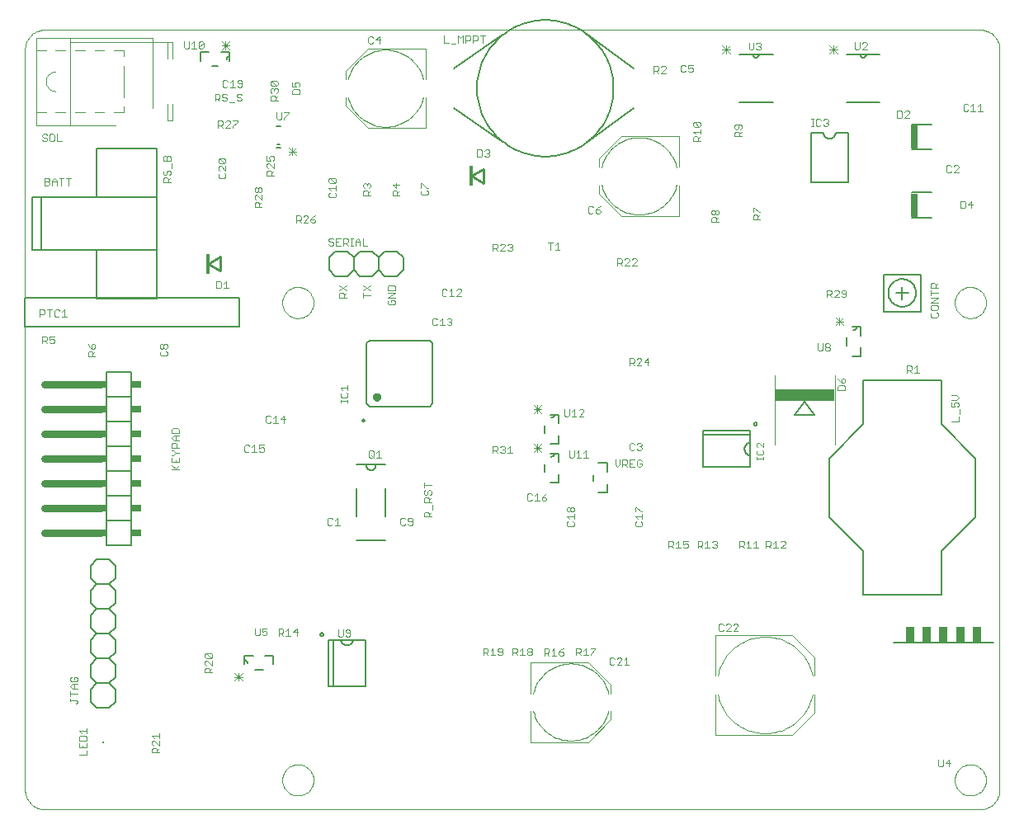
<source format=gto>
G75*
G70*
%OFA0B0*%
%FSLAX24Y24*%
%IPPOS*%
%LPD*%
%AMOC8*
5,1,8,0,0,1.08239X$1,22.5*
%
%ADD10C,0.0000*%
%ADD11C,0.0030*%
%ADD12C,0.0050*%
%ADD13C,0.0060*%
%ADD14C,0.0079*%
%ADD15C,0.0157*%
%ADD16C,0.0080*%
%ADD17R,0.0266X0.0965*%
%ADD18C,0.0040*%
%ADD19C,0.0300*%
%ADD20R,0.0200X0.0300*%
%ADD21R,0.0400X0.0300*%
%ADD22C,0.0100*%
%ADD23R,0.0118X0.0827*%
%ADD24R,0.0079X0.0079*%
%ADD25R,0.0380X0.0660*%
%ADD26R,0.2441X0.0492*%
%ADD27C,0.0039*%
D10*
X000947Y001087D02*
X038743Y001087D01*
X038743Y001088D02*
X038797Y001090D01*
X038850Y001095D01*
X038903Y001104D01*
X038955Y001117D01*
X039007Y001133D01*
X039057Y001153D01*
X039105Y001176D01*
X039152Y001203D01*
X039197Y001232D01*
X039240Y001265D01*
X039280Y001300D01*
X039318Y001338D01*
X039353Y001378D01*
X039386Y001421D01*
X039415Y001466D01*
X039442Y001513D01*
X039465Y001561D01*
X039485Y001611D01*
X039501Y001663D01*
X039514Y001715D01*
X039523Y001768D01*
X039528Y001821D01*
X039530Y001875D01*
X039530Y031796D01*
X039528Y031850D01*
X039523Y031903D01*
X039514Y031956D01*
X039501Y032008D01*
X039485Y032060D01*
X039465Y032110D01*
X039442Y032158D01*
X039415Y032205D01*
X039386Y032250D01*
X039353Y032293D01*
X039318Y032333D01*
X039280Y032371D01*
X039240Y032406D01*
X039197Y032439D01*
X039152Y032468D01*
X039105Y032495D01*
X039057Y032518D01*
X039007Y032538D01*
X038955Y032554D01*
X038903Y032567D01*
X038850Y032576D01*
X038797Y032581D01*
X038743Y032583D01*
X000947Y032583D01*
X000893Y032581D01*
X000840Y032576D01*
X000787Y032567D01*
X000735Y032554D01*
X000683Y032538D01*
X000633Y032518D01*
X000585Y032495D01*
X000538Y032468D01*
X000493Y032439D01*
X000450Y032406D01*
X000410Y032371D01*
X000372Y032333D01*
X000337Y032293D01*
X000304Y032250D01*
X000275Y032205D01*
X000248Y032158D01*
X000225Y032110D01*
X000205Y032060D01*
X000189Y032008D01*
X000176Y031956D01*
X000167Y031903D01*
X000162Y031850D01*
X000160Y031796D01*
X000160Y001875D01*
X000162Y001821D01*
X000167Y001768D01*
X000176Y001715D01*
X000189Y001663D01*
X000205Y001611D01*
X000225Y001561D01*
X000248Y001513D01*
X000275Y001466D01*
X000304Y001421D01*
X000337Y001378D01*
X000372Y001338D01*
X000410Y001300D01*
X000450Y001265D01*
X000493Y001232D01*
X000538Y001203D01*
X000585Y001176D01*
X000633Y001153D01*
X000683Y001133D01*
X000735Y001117D01*
X000787Y001104D01*
X000840Y001095D01*
X000893Y001090D01*
X000947Y001088D01*
X010554Y002269D02*
X010556Y002319D01*
X010562Y002369D01*
X010572Y002418D01*
X010586Y002466D01*
X010603Y002513D01*
X010624Y002558D01*
X010649Y002602D01*
X010677Y002643D01*
X010709Y002682D01*
X010743Y002719D01*
X010780Y002753D01*
X010820Y002783D01*
X010862Y002810D01*
X010906Y002834D01*
X010952Y002855D01*
X010999Y002871D01*
X011047Y002884D01*
X011097Y002893D01*
X011146Y002898D01*
X011197Y002899D01*
X011247Y002896D01*
X011296Y002889D01*
X011345Y002878D01*
X011393Y002863D01*
X011439Y002845D01*
X011484Y002823D01*
X011527Y002797D01*
X011568Y002768D01*
X011607Y002736D01*
X011643Y002701D01*
X011675Y002663D01*
X011705Y002623D01*
X011732Y002580D01*
X011755Y002536D01*
X011774Y002490D01*
X011790Y002442D01*
X011802Y002393D01*
X011810Y002344D01*
X011814Y002294D01*
X011814Y002244D01*
X011810Y002194D01*
X011802Y002145D01*
X011790Y002096D01*
X011774Y002048D01*
X011755Y002002D01*
X011732Y001958D01*
X011705Y001915D01*
X011675Y001875D01*
X011643Y001837D01*
X011607Y001802D01*
X011568Y001770D01*
X011527Y001741D01*
X011484Y001715D01*
X011439Y001693D01*
X011393Y001675D01*
X011345Y001660D01*
X011296Y001649D01*
X011247Y001642D01*
X011197Y001639D01*
X011146Y001640D01*
X011097Y001645D01*
X011047Y001654D01*
X010999Y001667D01*
X010952Y001683D01*
X010906Y001704D01*
X010862Y001728D01*
X010820Y001755D01*
X010780Y001785D01*
X010743Y001819D01*
X010709Y001856D01*
X010677Y001895D01*
X010649Y001936D01*
X010624Y001980D01*
X010603Y002025D01*
X010586Y002072D01*
X010572Y002120D01*
X010562Y002169D01*
X010556Y002219D01*
X010554Y002269D01*
X010554Y021560D02*
X010556Y021610D01*
X010562Y021660D01*
X010572Y021709D01*
X010586Y021757D01*
X010603Y021804D01*
X010624Y021849D01*
X010649Y021893D01*
X010677Y021934D01*
X010709Y021973D01*
X010743Y022010D01*
X010780Y022044D01*
X010820Y022074D01*
X010862Y022101D01*
X010906Y022125D01*
X010952Y022146D01*
X010999Y022162D01*
X011047Y022175D01*
X011097Y022184D01*
X011146Y022189D01*
X011197Y022190D01*
X011247Y022187D01*
X011296Y022180D01*
X011345Y022169D01*
X011393Y022154D01*
X011439Y022136D01*
X011484Y022114D01*
X011527Y022088D01*
X011568Y022059D01*
X011607Y022027D01*
X011643Y021992D01*
X011675Y021954D01*
X011705Y021914D01*
X011732Y021871D01*
X011755Y021827D01*
X011774Y021781D01*
X011790Y021733D01*
X011802Y021684D01*
X011810Y021635D01*
X011814Y021585D01*
X011814Y021535D01*
X011810Y021485D01*
X011802Y021436D01*
X011790Y021387D01*
X011774Y021339D01*
X011755Y021293D01*
X011732Y021249D01*
X011705Y021206D01*
X011675Y021166D01*
X011643Y021128D01*
X011607Y021093D01*
X011568Y021061D01*
X011527Y021032D01*
X011484Y021006D01*
X011439Y020984D01*
X011393Y020966D01*
X011345Y020951D01*
X011296Y020940D01*
X011247Y020933D01*
X011197Y020930D01*
X011146Y020931D01*
X011097Y020936D01*
X011047Y020945D01*
X010999Y020958D01*
X010952Y020974D01*
X010906Y020995D01*
X010862Y021019D01*
X010820Y021046D01*
X010780Y021076D01*
X010743Y021110D01*
X010709Y021147D01*
X010677Y021186D01*
X010649Y021227D01*
X010624Y021271D01*
X010603Y021316D01*
X010586Y021363D01*
X010572Y021411D01*
X010562Y021460D01*
X010556Y021510D01*
X010554Y021560D01*
X037719Y021560D02*
X037721Y021610D01*
X037727Y021660D01*
X037737Y021709D01*
X037751Y021757D01*
X037768Y021804D01*
X037789Y021849D01*
X037814Y021893D01*
X037842Y021934D01*
X037874Y021973D01*
X037908Y022010D01*
X037945Y022044D01*
X037985Y022074D01*
X038027Y022101D01*
X038071Y022125D01*
X038117Y022146D01*
X038164Y022162D01*
X038212Y022175D01*
X038262Y022184D01*
X038311Y022189D01*
X038362Y022190D01*
X038412Y022187D01*
X038461Y022180D01*
X038510Y022169D01*
X038558Y022154D01*
X038604Y022136D01*
X038649Y022114D01*
X038692Y022088D01*
X038733Y022059D01*
X038772Y022027D01*
X038808Y021992D01*
X038840Y021954D01*
X038870Y021914D01*
X038897Y021871D01*
X038920Y021827D01*
X038939Y021781D01*
X038955Y021733D01*
X038967Y021684D01*
X038975Y021635D01*
X038979Y021585D01*
X038979Y021535D01*
X038975Y021485D01*
X038967Y021436D01*
X038955Y021387D01*
X038939Y021339D01*
X038920Y021293D01*
X038897Y021249D01*
X038870Y021206D01*
X038840Y021166D01*
X038808Y021128D01*
X038772Y021093D01*
X038733Y021061D01*
X038692Y021032D01*
X038649Y021006D01*
X038604Y020984D01*
X038558Y020966D01*
X038510Y020951D01*
X038461Y020940D01*
X038412Y020933D01*
X038362Y020930D01*
X038311Y020931D01*
X038262Y020936D01*
X038212Y020945D01*
X038164Y020958D01*
X038117Y020974D01*
X038071Y020995D01*
X038027Y021019D01*
X037985Y021046D01*
X037945Y021076D01*
X037908Y021110D01*
X037874Y021147D01*
X037842Y021186D01*
X037814Y021227D01*
X037789Y021271D01*
X037768Y021316D01*
X037751Y021363D01*
X037737Y021411D01*
X037727Y021460D01*
X037721Y021510D01*
X037719Y021560D01*
X037719Y002269D02*
X037721Y002319D01*
X037727Y002369D01*
X037737Y002418D01*
X037751Y002466D01*
X037768Y002513D01*
X037789Y002558D01*
X037814Y002602D01*
X037842Y002643D01*
X037874Y002682D01*
X037908Y002719D01*
X037945Y002753D01*
X037985Y002783D01*
X038027Y002810D01*
X038071Y002834D01*
X038117Y002855D01*
X038164Y002871D01*
X038212Y002884D01*
X038262Y002893D01*
X038311Y002898D01*
X038362Y002899D01*
X038412Y002896D01*
X038461Y002889D01*
X038510Y002878D01*
X038558Y002863D01*
X038604Y002845D01*
X038649Y002823D01*
X038692Y002797D01*
X038733Y002768D01*
X038772Y002736D01*
X038808Y002701D01*
X038840Y002663D01*
X038870Y002623D01*
X038897Y002580D01*
X038920Y002536D01*
X038939Y002490D01*
X038955Y002442D01*
X038967Y002393D01*
X038975Y002344D01*
X038979Y002294D01*
X038979Y002244D01*
X038975Y002194D01*
X038967Y002145D01*
X038955Y002096D01*
X038939Y002048D01*
X038920Y002002D01*
X038897Y001958D01*
X038870Y001915D01*
X038840Y001875D01*
X038808Y001837D01*
X038772Y001802D01*
X038733Y001770D01*
X038692Y001741D01*
X038649Y001715D01*
X038604Y001693D01*
X038558Y001675D01*
X038510Y001660D01*
X038461Y001649D01*
X038412Y001642D01*
X038362Y001639D01*
X038311Y001640D01*
X038262Y001645D01*
X038212Y001654D01*
X038164Y001667D01*
X038117Y001683D01*
X038071Y001704D01*
X038027Y001728D01*
X037985Y001755D01*
X037945Y001785D01*
X037908Y001819D01*
X037874Y001856D01*
X037842Y001895D01*
X037814Y001936D01*
X037789Y001980D01*
X037768Y002025D01*
X037751Y002072D01*
X037737Y002120D01*
X037727Y002169D01*
X037721Y002219D01*
X037719Y002269D01*
D11*
X037490Y002810D02*
X037490Y003101D01*
X037344Y002955D01*
X037538Y002955D01*
X037243Y002859D02*
X037243Y003101D01*
X037050Y003101D02*
X037050Y002859D01*
X037098Y002810D01*
X037195Y002810D01*
X037243Y002859D01*
X028966Y008287D02*
X028772Y008287D01*
X028966Y008481D01*
X028966Y008529D01*
X028917Y008578D01*
X028821Y008578D01*
X028772Y008529D01*
X028671Y008529D02*
X028623Y008578D01*
X028526Y008578D01*
X028478Y008529D01*
X028376Y008529D02*
X028328Y008578D01*
X028231Y008578D01*
X028183Y008529D01*
X028183Y008336D01*
X028231Y008287D01*
X028328Y008287D01*
X028376Y008336D01*
X028478Y008287D02*
X028671Y008481D01*
X028671Y008529D01*
X028671Y008287D02*
X028478Y008287D01*
X028068Y011640D02*
X027972Y011640D01*
X027923Y011689D01*
X027822Y011640D02*
X027629Y011640D01*
X027725Y011640D02*
X027725Y011930D01*
X027629Y011834D01*
X027528Y011882D02*
X027528Y011785D01*
X027479Y011737D01*
X027334Y011737D01*
X027431Y011737D02*
X027528Y011640D01*
X027334Y011640D02*
X027334Y011930D01*
X027479Y011930D01*
X027528Y011882D01*
X027923Y011882D02*
X027972Y011930D01*
X028068Y011930D01*
X028117Y011882D01*
X028117Y011834D01*
X028068Y011785D01*
X028117Y011737D01*
X028117Y011689D01*
X028068Y011640D01*
X028068Y011785D02*
X028020Y011785D01*
X026936Y011785D02*
X026936Y011689D01*
X026887Y011640D01*
X026791Y011640D01*
X026742Y011689D01*
X026742Y011785D02*
X026839Y011834D01*
X026887Y011834D01*
X026936Y011785D01*
X026936Y011930D02*
X026742Y011930D01*
X026742Y011785D01*
X026641Y011640D02*
X026448Y011640D01*
X026544Y011640D02*
X026544Y011930D01*
X026448Y011834D01*
X026346Y011882D02*
X026346Y011785D01*
X026298Y011737D01*
X026153Y011737D01*
X026250Y011737D02*
X026346Y011640D01*
X026153Y011640D02*
X026153Y011930D01*
X026298Y011930D01*
X026346Y011882D01*
X025096Y012568D02*
X025096Y012665D01*
X025047Y012713D01*
X025096Y012814D02*
X025096Y013008D01*
X025096Y012911D02*
X024806Y012911D01*
X024902Y012814D01*
X024854Y012713D02*
X024806Y012665D01*
X024806Y012568D01*
X024854Y012520D01*
X025047Y012520D01*
X025096Y012568D01*
X025096Y013109D02*
X025047Y013109D01*
X024854Y013303D01*
X024806Y013303D01*
X024806Y013109D01*
X024785Y014925D02*
X024592Y014925D01*
X024592Y015215D01*
X024785Y015215D01*
X024886Y015166D02*
X024886Y014973D01*
X024935Y014925D01*
X025031Y014925D01*
X025080Y014973D01*
X025080Y015070D01*
X024983Y015070D01*
X024886Y015166D02*
X024935Y015215D01*
X025031Y015215D01*
X025080Y015166D01*
X024688Y015070D02*
X024592Y015070D01*
X024491Y015070D02*
X024442Y015021D01*
X024297Y015021D01*
X024297Y014925D02*
X024297Y015215D01*
X024442Y015215D01*
X024491Y015166D01*
X024491Y015070D01*
X024394Y015021D02*
X024491Y014925D01*
X024196Y015021D02*
X024196Y015215D01*
X024002Y015215D02*
X024002Y015021D01*
X024099Y014925D01*
X024196Y015021D01*
X024634Y015595D02*
X024731Y015595D01*
X024779Y015644D01*
X024880Y015644D02*
X024929Y015595D01*
X025025Y015595D01*
X025074Y015644D01*
X025074Y015692D01*
X025025Y015741D01*
X024977Y015741D01*
X025025Y015741D02*
X025074Y015789D01*
X025074Y015837D01*
X025025Y015886D01*
X024929Y015886D01*
X024880Y015837D01*
X024779Y015837D02*
X024731Y015886D01*
X024634Y015886D01*
X024586Y015837D01*
X024586Y015644D01*
X024634Y015595D01*
X022925Y015291D02*
X022731Y015291D01*
X022828Y015291D02*
X022828Y015582D01*
X022731Y015485D01*
X022630Y015291D02*
X022436Y015291D01*
X022533Y015291D02*
X022533Y015582D01*
X022436Y015485D01*
X022335Y015582D02*
X022335Y015340D01*
X022287Y015291D01*
X022190Y015291D01*
X022142Y015340D01*
X022142Y015582D01*
X021018Y015530D02*
X020705Y015844D01*
X020862Y015844D02*
X020862Y015530D01*
X020705Y015530D02*
X021018Y015844D01*
X021018Y015687D02*
X020705Y015687D01*
X019849Y015479D02*
X019656Y015479D01*
X019752Y015479D02*
X019752Y015769D01*
X019656Y015672D01*
X019554Y015672D02*
X019506Y015624D01*
X019554Y015576D01*
X019554Y015527D01*
X019506Y015479D01*
X019409Y015479D01*
X019361Y015527D01*
X019260Y015479D02*
X019163Y015576D01*
X019211Y015576D02*
X019066Y015576D01*
X019066Y015479D02*
X019066Y015769D01*
X019211Y015769D01*
X019260Y015721D01*
X019260Y015624D01*
X019211Y015576D01*
X019361Y015721D02*
X019409Y015769D01*
X019506Y015769D01*
X019554Y015721D01*
X019554Y015672D01*
X019506Y015624D02*
X019458Y015624D01*
X020705Y017105D02*
X021018Y017419D01*
X020862Y017419D02*
X020862Y017105D01*
X021018Y017105D02*
X020705Y017419D01*
X020705Y017262D02*
X021018Y017262D01*
X021945Y017255D02*
X021945Y017013D01*
X021993Y016965D01*
X022090Y016965D01*
X022138Y017013D01*
X022138Y017255D01*
X022240Y017158D02*
X022336Y017255D01*
X022336Y016965D01*
X022240Y016965D02*
X022433Y016965D01*
X022534Y016965D02*
X022728Y017158D01*
X022728Y017206D01*
X022679Y017255D01*
X022583Y017255D01*
X022534Y017206D01*
X022534Y016965D02*
X022728Y016965D01*
X024578Y019022D02*
X024578Y019312D01*
X024723Y019312D01*
X024772Y019264D01*
X024772Y019167D01*
X024723Y019119D01*
X024578Y019119D01*
X024675Y019119D02*
X024772Y019022D01*
X024873Y019022D02*
X025066Y019216D01*
X025066Y019264D01*
X025018Y019312D01*
X024921Y019312D01*
X024873Y019264D01*
X024873Y019022D02*
X025066Y019022D01*
X025167Y019167D02*
X025361Y019167D01*
X025313Y019022D02*
X025313Y019312D01*
X025167Y019167D01*
X024869Y023058D02*
X024675Y023058D01*
X024869Y023251D01*
X024869Y023299D01*
X024820Y023348D01*
X024724Y023348D01*
X024675Y023299D01*
X024574Y023299D02*
X024526Y023348D01*
X024429Y023348D01*
X024381Y023299D01*
X024280Y023299D02*
X024280Y023203D01*
X024231Y023154D01*
X024086Y023154D01*
X024086Y023058D02*
X024086Y023348D01*
X024231Y023348D01*
X024280Y023299D01*
X024183Y023154D02*
X024280Y023058D01*
X024381Y023058D02*
X024574Y023251D01*
X024574Y023299D01*
X024574Y023058D02*
X024381Y023058D01*
X023352Y025172D02*
X023401Y025221D01*
X023401Y025269D01*
X023352Y025317D01*
X023207Y025317D01*
X023207Y025221D01*
X023255Y025172D01*
X023352Y025172D01*
X023207Y025317D02*
X023304Y025414D01*
X023401Y025462D01*
X023106Y025414D02*
X023058Y025462D01*
X022961Y025462D01*
X022912Y025414D01*
X022912Y025221D01*
X022961Y025172D01*
X023058Y025172D01*
X023106Y025221D01*
X021667Y023993D02*
X021667Y023703D01*
X021570Y023703D02*
X021764Y023703D01*
X021570Y023896D02*
X021667Y023993D01*
X021469Y023993D02*
X021275Y023993D01*
X021372Y023993D02*
X021372Y023703D01*
X019849Y023696D02*
X019801Y023648D01*
X019704Y023648D01*
X019656Y023696D01*
X019554Y023648D02*
X019361Y023648D01*
X019554Y023842D01*
X019554Y023890D01*
X019506Y023938D01*
X019409Y023938D01*
X019361Y023890D01*
X019260Y023890D02*
X019260Y023793D01*
X019211Y023745D01*
X019066Y023745D01*
X019066Y023648D02*
X019066Y023938D01*
X019211Y023938D01*
X019260Y023890D01*
X019163Y023745D02*
X019260Y023648D01*
X019656Y023890D02*
X019704Y023938D01*
X019801Y023938D01*
X019849Y023890D01*
X019849Y023842D01*
X019801Y023793D01*
X019849Y023745D01*
X019849Y023696D01*
X019801Y023793D02*
X019752Y023793D01*
X017789Y022063D02*
X017740Y022111D01*
X017643Y022111D01*
X017595Y022063D01*
X017789Y022063D02*
X017789Y022014D01*
X017595Y021821D01*
X017789Y021821D01*
X017494Y021821D02*
X017300Y021821D01*
X017397Y021821D02*
X017397Y022111D01*
X017300Y022014D01*
X017199Y022063D02*
X017151Y022111D01*
X017054Y022111D01*
X017006Y022063D01*
X017006Y021869D01*
X017054Y021821D01*
X017151Y021821D01*
X017199Y021869D01*
X017250Y020930D02*
X017346Y020930D01*
X017395Y020882D01*
X017395Y020833D01*
X017346Y020785D01*
X017395Y020737D01*
X017395Y020688D01*
X017346Y020640D01*
X017250Y020640D01*
X017201Y020688D01*
X017100Y020640D02*
X016907Y020640D01*
X017003Y020640D02*
X017003Y020930D01*
X016907Y020833D01*
X016806Y020882D02*
X016757Y020930D01*
X016660Y020930D01*
X016612Y020882D01*
X016612Y020688D01*
X016660Y020640D01*
X016757Y020640D01*
X016806Y020688D01*
X017201Y020882D02*
X017250Y020930D01*
X017298Y020785D02*
X017346Y020785D01*
X015106Y021525D02*
X015106Y021622D01*
X015057Y021670D01*
X014961Y021670D01*
X014961Y021573D01*
X015057Y021476D02*
X015106Y021525D01*
X015057Y021476D02*
X014864Y021476D01*
X014815Y021525D01*
X014815Y021622D01*
X014864Y021670D01*
X014815Y021771D02*
X015106Y021965D01*
X014815Y021965D01*
X014815Y022066D02*
X014815Y022211D01*
X014864Y022259D01*
X015057Y022259D01*
X015106Y022211D01*
X015106Y022066D01*
X014815Y022066D01*
X014815Y021771D02*
X015106Y021771D01*
X014121Y021868D02*
X013831Y021868D01*
X013831Y021772D02*
X013831Y021965D01*
X013831Y022066D02*
X014121Y022260D01*
X014121Y022066D02*
X013831Y022260D01*
X013137Y022260D02*
X012847Y022066D01*
X012895Y021965D02*
X012992Y021965D01*
X013040Y021917D01*
X013040Y021772D01*
X013040Y021868D02*
X013137Y021965D01*
X013137Y022066D02*
X012847Y022260D01*
X012895Y021965D02*
X012847Y021917D01*
X012847Y021772D01*
X013137Y021772D01*
X013207Y023870D02*
X013111Y023966D01*
X013159Y023966D02*
X013014Y023966D01*
X013014Y023870D02*
X013014Y024160D01*
X013159Y024160D01*
X013207Y024112D01*
X013207Y024015D01*
X013159Y023966D01*
X013308Y023870D02*
X013405Y023870D01*
X013357Y023870D02*
X013357Y024160D01*
X013405Y024160D02*
X013308Y024160D01*
X013505Y024063D02*
X013602Y024160D01*
X013698Y024063D01*
X013698Y023870D01*
X013800Y023870D02*
X013993Y023870D01*
X013800Y023870D02*
X013800Y024160D01*
X013698Y024015D02*
X013505Y024015D01*
X013505Y024063D02*
X013505Y023870D01*
X012913Y023870D02*
X012719Y023870D01*
X012719Y024160D01*
X012913Y024160D01*
X012816Y024015D02*
X012719Y024015D01*
X012618Y023966D02*
X012618Y023918D01*
X012570Y023870D01*
X012473Y023870D01*
X012425Y023918D01*
X012473Y024015D02*
X012570Y024015D01*
X012618Y023966D01*
X012618Y024112D02*
X012570Y024160D01*
X012473Y024160D01*
X012425Y024112D01*
X012425Y024063D01*
X012473Y024015D01*
X011844Y024790D02*
X011893Y024839D01*
X011893Y024887D01*
X011844Y024935D01*
X011699Y024935D01*
X011699Y024839D01*
X011748Y024790D01*
X011844Y024790D01*
X011699Y024935D02*
X011796Y025032D01*
X011893Y025081D01*
X011598Y025032D02*
X011550Y025081D01*
X011453Y025081D01*
X011405Y025032D01*
X011303Y025032D02*
X011303Y024935D01*
X011255Y024887D01*
X011110Y024887D01*
X011207Y024887D02*
X011303Y024790D01*
X011405Y024790D02*
X011598Y024984D01*
X011598Y025032D01*
X011598Y024790D02*
X011405Y024790D01*
X011303Y025032D02*
X011255Y025081D01*
X011110Y025081D01*
X011110Y024790D01*
X009725Y025423D02*
X009435Y025423D01*
X009435Y025568D01*
X009483Y025617D01*
X009580Y025617D01*
X009628Y025568D01*
X009628Y025423D01*
X009628Y025520D02*
X009725Y025617D01*
X009725Y025718D02*
X009531Y025911D01*
X009483Y025911D01*
X009435Y025863D01*
X009435Y025766D01*
X009483Y025718D01*
X009725Y025718D02*
X009725Y025911D01*
X009676Y026012D02*
X009628Y026012D01*
X009580Y026061D01*
X009580Y026158D01*
X009628Y026206D01*
X009676Y026206D01*
X009725Y026158D01*
X009725Y026061D01*
X009676Y026012D01*
X009580Y026061D02*
X009531Y026012D01*
X009483Y026012D01*
X009435Y026061D01*
X009435Y026158D01*
X009483Y026206D01*
X009531Y026206D01*
X009580Y026158D01*
X009927Y026703D02*
X009927Y026848D01*
X009975Y026896D01*
X010072Y026896D01*
X010120Y026848D01*
X010120Y026703D01*
X010120Y026799D02*
X010217Y026896D01*
X010217Y026997D02*
X010023Y027191D01*
X009975Y027191D01*
X009927Y027142D01*
X009927Y027046D01*
X009975Y026997D01*
X010217Y026997D02*
X010217Y027191D01*
X010169Y027292D02*
X010217Y027340D01*
X010217Y027437D01*
X010169Y027485D01*
X010072Y027485D01*
X010023Y027437D01*
X010023Y027389D01*
X010072Y027292D01*
X009927Y027292D01*
X009927Y027485D01*
X009927Y026703D02*
X010217Y026703D01*
X010808Y027506D02*
X011121Y027819D01*
X011121Y027663D02*
X010808Y027663D01*
X010808Y027819D02*
X011121Y027506D01*
X010964Y027506D02*
X010964Y027819D01*
X010625Y028972D02*
X010625Y029021D01*
X010819Y029214D01*
X010819Y029263D01*
X010625Y029263D01*
X010524Y029263D02*
X010524Y029021D01*
X010476Y028972D01*
X010379Y028972D01*
X010331Y029021D01*
X010331Y029263D01*
X010373Y029736D02*
X010083Y029736D01*
X010083Y029881D01*
X010131Y029930D01*
X010228Y029930D01*
X010277Y029881D01*
X010277Y029736D01*
X010277Y029833D02*
X010373Y029930D01*
X010325Y030031D02*
X010373Y030079D01*
X010373Y030176D01*
X010325Y030224D01*
X010277Y030224D01*
X010228Y030176D01*
X010228Y030128D01*
X010228Y030176D02*
X010180Y030224D01*
X010131Y030224D01*
X010083Y030176D01*
X010083Y030079D01*
X010131Y030031D01*
X010131Y030326D02*
X010083Y030374D01*
X010083Y030471D01*
X010131Y030519D01*
X010325Y030326D01*
X010373Y030374D01*
X010373Y030471D01*
X010325Y030519D01*
X010131Y030519D01*
X010131Y030326D02*
X010325Y030326D01*
X010965Y030275D02*
X011110Y030275D01*
X011062Y030372D01*
X011062Y030420D01*
X011110Y030469D01*
X011207Y030469D01*
X011255Y030420D01*
X011255Y030323D01*
X011207Y030275D01*
X011207Y030174D02*
X011013Y030174D01*
X010965Y030125D01*
X010965Y029980D01*
X011255Y029980D01*
X011255Y030125D01*
X011207Y030174D01*
X010965Y030275D02*
X010965Y030469D01*
X008932Y030503D02*
X008932Y030309D01*
X008884Y030261D01*
X008787Y030261D01*
X008739Y030309D01*
X008787Y030406D02*
X008932Y030406D01*
X008932Y030503D02*
X008884Y030551D01*
X008787Y030551D01*
X008739Y030503D01*
X008739Y030454D01*
X008787Y030406D01*
X008637Y030261D02*
X008444Y030261D01*
X008541Y030261D02*
X008541Y030551D01*
X008444Y030454D01*
X008343Y030503D02*
X008294Y030551D01*
X008198Y030551D01*
X008149Y030503D01*
X008149Y030309D01*
X008198Y030261D01*
X008294Y030261D01*
X008343Y030309D01*
X008276Y029997D02*
X008179Y029997D01*
X008131Y029949D01*
X008131Y029900D01*
X008179Y029852D01*
X008276Y029852D01*
X008325Y029803D01*
X008325Y029755D01*
X008276Y029707D01*
X008179Y029707D01*
X008131Y029755D01*
X008030Y029707D02*
X007933Y029803D01*
X007982Y029803D02*
X007836Y029803D01*
X007836Y029707D02*
X007836Y029997D01*
X007982Y029997D01*
X008030Y029949D01*
X008030Y029852D01*
X007982Y029803D01*
X008276Y029997D02*
X008325Y029949D01*
X008426Y029658D02*
X008619Y029658D01*
X008720Y029755D02*
X008769Y029707D01*
X008865Y029707D01*
X008914Y029755D01*
X008914Y029803D01*
X008865Y029852D01*
X008769Y029852D01*
X008720Y029900D01*
X008720Y029949D01*
X008769Y029997D01*
X008865Y029997D01*
X008914Y029949D01*
X008743Y028919D02*
X008550Y028919D01*
X008448Y028871D02*
X008400Y028919D01*
X008303Y028919D01*
X008255Y028871D01*
X008154Y028871D02*
X008154Y028774D01*
X008105Y028726D01*
X007960Y028726D01*
X008057Y028726D02*
X008154Y028629D01*
X008255Y028629D02*
X008448Y028822D01*
X008448Y028871D01*
X008550Y028677D02*
X008550Y028629D01*
X008550Y028677D02*
X008743Y028871D01*
X008743Y028919D01*
X008448Y028629D02*
X008255Y028629D01*
X008154Y028871D02*
X008105Y028919D01*
X007960Y028919D01*
X007960Y028629D01*
X008023Y027377D02*
X008217Y027184D01*
X008265Y027232D01*
X008265Y027329D01*
X008217Y027377D01*
X008023Y027377D01*
X007975Y027329D01*
X007975Y027232D01*
X008023Y027184D01*
X008217Y027184D01*
X008265Y027083D02*
X008265Y026889D01*
X008072Y027083D01*
X008023Y027083D01*
X007975Y027034D01*
X007975Y026938D01*
X008023Y026889D01*
X008023Y026788D02*
X007975Y026740D01*
X007975Y026643D01*
X008023Y026595D01*
X008217Y026595D01*
X008265Y026643D01*
X008265Y026740D01*
X008217Y026788D01*
X006086Y027005D02*
X006086Y027199D01*
X006038Y027300D02*
X006038Y027445D01*
X005989Y027493D01*
X005941Y027493D01*
X005893Y027445D01*
X005893Y027300D01*
X006038Y027300D02*
X005748Y027300D01*
X005748Y027445D01*
X005796Y027493D01*
X005844Y027493D01*
X005893Y027445D01*
X005941Y026904D02*
X005989Y026904D01*
X006038Y026856D01*
X006038Y026759D01*
X005989Y026711D01*
X005893Y026759D02*
X005893Y026856D01*
X005941Y026904D01*
X005796Y026904D02*
X005748Y026856D01*
X005748Y026759D01*
X005796Y026711D01*
X005844Y026711D01*
X005893Y026759D01*
X005893Y026609D02*
X005941Y026561D01*
X005941Y026416D01*
X005941Y026513D02*
X006038Y026609D01*
X005893Y026609D02*
X005796Y026609D01*
X005748Y026561D01*
X005748Y026416D01*
X006038Y026416D01*
X002024Y026593D02*
X001831Y026593D01*
X001927Y026593D02*
X001927Y026303D01*
X001633Y026303D02*
X001633Y026593D01*
X001729Y026593D02*
X001536Y026593D01*
X001435Y026497D02*
X001338Y026593D01*
X001241Y026497D01*
X001241Y026303D01*
X001140Y026352D02*
X001092Y026303D01*
X000947Y026303D01*
X000947Y026593D01*
X001092Y026593D01*
X001140Y026545D01*
X001140Y026497D01*
X001092Y026448D01*
X000947Y026448D01*
X001092Y026448D02*
X001140Y026400D01*
X001140Y026352D01*
X001241Y026448D02*
X001435Y026448D01*
X001435Y026497D02*
X001435Y026303D01*
X001445Y028085D02*
X001639Y028085D01*
X001445Y028085D02*
X001445Y028375D01*
X001344Y028327D02*
X001296Y028375D01*
X001199Y028375D01*
X001151Y028327D01*
X001151Y028133D01*
X001199Y028085D01*
X001296Y028085D01*
X001344Y028133D01*
X001344Y028327D01*
X001050Y028327D02*
X001001Y028375D01*
X000904Y028375D01*
X000856Y028327D01*
X000856Y028278D01*
X000904Y028230D01*
X001001Y028230D01*
X001050Y028181D01*
X001050Y028133D01*
X001001Y028085D01*
X000904Y028085D01*
X000856Y028133D01*
X006591Y031875D02*
X006639Y031827D01*
X006736Y031827D01*
X006784Y031875D01*
X006784Y032117D01*
X006885Y032020D02*
X006982Y032117D01*
X006982Y031827D01*
X006885Y031827D02*
X007079Y031827D01*
X007180Y031875D02*
X007373Y032069D01*
X007373Y031875D01*
X007325Y031827D01*
X007228Y031827D01*
X007180Y031875D01*
X007180Y032069D01*
X007228Y032117D01*
X007325Y032117D01*
X007373Y032069D01*
X008101Y032117D02*
X008414Y031804D01*
X008414Y031961D02*
X008101Y031961D01*
X008101Y031804D02*
X008414Y032117D01*
X008257Y032117D02*
X008257Y031804D01*
X006591Y031875D02*
X006591Y032117D01*
X012429Y026543D02*
X012477Y026592D01*
X012671Y026398D01*
X012719Y026447D01*
X012719Y026543D01*
X012671Y026592D01*
X012477Y026592D01*
X012429Y026543D02*
X012429Y026447D01*
X012477Y026398D01*
X012671Y026398D01*
X012719Y026297D02*
X012719Y026104D01*
X012719Y026200D02*
X012429Y026200D01*
X012525Y026104D01*
X012477Y026002D02*
X012429Y025954D01*
X012429Y025857D01*
X012477Y025809D01*
X012671Y025809D01*
X012719Y025857D01*
X012719Y025954D01*
X012671Y026002D01*
X013823Y026043D02*
X013872Y026091D01*
X013968Y026091D01*
X014017Y026043D01*
X014017Y025898D01*
X014017Y025994D02*
X014114Y026091D01*
X014065Y026192D02*
X014114Y026241D01*
X014114Y026337D01*
X014065Y026386D01*
X014017Y026386D01*
X013968Y026337D01*
X013968Y026289D01*
X013968Y026337D02*
X013920Y026386D01*
X013872Y026386D01*
X013823Y026337D01*
X013823Y026241D01*
X013872Y026192D01*
X013823Y026043D02*
X013823Y025898D01*
X014114Y025898D01*
X015004Y025898D02*
X015004Y026043D01*
X015053Y026091D01*
X015149Y026091D01*
X015198Y026043D01*
X015198Y025898D01*
X015198Y025994D02*
X015295Y026091D01*
X015149Y026192D02*
X015149Y026386D01*
X015004Y026337D02*
X015149Y026192D01*
X015295Y026337D02*
X015004Y026337D01*
X015004Y025898D02*
X015295Y025898D01*
X016144Y025954D02*
X016192Y025906D01*
X016386Y025906D01*
X016434Y025954D01*
X016434Y026051D01*
X016386Y026099D01*
X016386Y026200D02*
X016434Y026200D01*
X016386Y026200D02*
X016192Y026394D01*
X016144Y026394D01*
X016144Y026200D01*
X016192Y026099D02*
X016144Y026051D01*
X016144Y025954D01*
X018427Y027455D02*
X018427Y027745D01*
X018572Y027745D01*
X018620Y027697D01*
X018620Y027504D01*
X018572Y027455D01*
X018427Y027455D01*
X018722Y027504D02*
X018770Y027455D01*
X018867Y027455D01*
X018915Y027504D01*
X018915Y027552D01*
X018867Y027600D01*
X018818Y027600D01*
X018867Y027600D02*
X018915Y027649D01*
X018915Y027697D01*
X018867Y027745D01*
X018770Y027745D01*
X018722Y027697D01*
X018646Y032066D02*
X018646Y032356D01*
X018550Y032356D02*
X018743Y032356D01*
X018448Y032308D02*
X018448Y032211D01*
X018400Y032163D01*
X018255Y032163D01*
X018255Y032066D02*
X018255Y032356D01*
X018400Y032356D01*
X018448Y032308D01*
X018154Y032308D02*
X018154Y032211D01*
X018105Y032163D01*
X017960Y032163D01*
X017960Y032066D02*
X017960Y032356D01*
X018105Y032356D01*
X018154Y032308D01*
X017859Y032356D02*
X017859Y032066D01*
X017666Y032066D02*
X017666Y032356D01*
X017762Y032259D01*
X017859Y032356D01*
X017565Y032017D02*
X017371Y032017D01*
X017270Y032066D02*
X017076Y032066D01*
X017076Y032356D01*
X014521Y032173D02*
X014328Y032173D01*
X014473Y032318D01*
X014473Y032028D01*
X014227Y032076D02*
X014178Y032028D01*
X014082Y032028D01*
X014033Y032076D01*
X014033Y032269D01*
X014082Y032318D01*
X014178Y032318D01*
X014227Y032269D01*
X025561Y031125D02*
X025561Y030835D01*
X025561Y030931D02*
X025706Y030931D01*
X025754Y030980D01*
X025754Y031077D01*
X025706Y031125D01*
X025561Y031125D01*
X025658Y030931D02*
X025754Y030835D01*
X025855Y030835D02*
X026049Y031028D01*
X026049Y031077D01*
X026001Y031125D01*
X025904Y031125D01*
X025855Y031077D01*
X025855Y030835D02*
X026049Y030835D01*
X026651Y030924D02*
X026651Y031118D01*
X026700Y031166D01*
X026797Y031166D01*
X026845Y031118D01*
X026946Y031166D02*
X026946Y031021D01*
X027043Y031070D01*
X027091Y031070D01*
X027140Y031021D01*
X027140Y030924D01*
X027091Y030876D01*
X026994Y030876D01*
X026946Y030924D01*
X026845Y030924D02*
X026797Y030876D01*
X026700Y030876D01*
X026651Y030924D01*
X026946Y031166D02*
X027140Y031166D01*
X028333Y031628D02*
X028646Y031942D01*
X028489Y031942D02*
X028489Y031628D01*
X028646Y031628D02*
X028333Y031942D01*
X028333Y031785D02*
X028646Y031785D01*
X029402Y031822D02*
X029450Y031774D01*
X029547Y031774D01*
X029595Y031822D01*
X029595Y032064D01*
X029696Y032016D02*
X029745Y032064D01*
X029841Y032064D01*
X029890Y032016D01*
X029890Y031967D01*
X029841Y031919D01*
X029890Y031870D01*
X029890Y031822D01*
X029841Y031774D01*
X029745Y031774D01*
X029696Y031822D01*
X029793Y031919D02*
X029841Y031919D01*
X029402Y031822D02*
X029402Y032064D01*
X032663Y031942D02*
X032977Y031628D01*
X032820Y031628D02*
X032820Y031942D01*
X032977Y031942D02*
X032663Y031628D01*
X032663Y031785D02*
X032977Y031785D01*
X033681Y031842D02*
X033730Y031793D01*
X033826Y031793D01*
X033875Y031842D01*
X033875Y032084D01*
X033976Y032035D02*
X034024Y032084D01*
X034121Y032084D01*
X034169Y032035D01*
X034169Y031987D01*
X033976Y031793D01*
X034169Y031793D01*
X033681Y031842D02*
X033681Y032084D01*
X035395Y029308D02*
X035541Y029308D01*
X035589Y029260D01*
X035589Y029066D01*
X035541Y029018D01*
X035395Y029018D01*
X035395Y029308D01*
X035690Y029260D02*
X035738Y029308D01*
X035835Y029308D01*
X035884Y029260D01*
X035884Y029211D01*
X035690Y029018D01*
X035884Y029018D01*
X037429Y027106D02*
X037381Y027058D01*
X037381Y026864D01*
X037429Y026816D01*
X037526Y026816D01*
X037574Y026864D01*
X037676Y026816D02*
X037869Y027009D01*
X037869Y027058D01*
X037821Y027106D01*
X037724Y027106D01*
X037676Y027058D01*
X037574Y027058D02*
X037526Y027106D01*
X037429Y027106D01*
X037676Y026816D02*
X037869Y026816D01*
X037955Y025666D02*
X038100Y025666D01*
X038148Y025618D01*
X038148Y025424D01*
X038100Y025376D01*
X037955Y025376D01*
X037955Y025666D01*
X038249Y025521D02*
X038443Y025521D01*
X038394Y025376D02*
X038394Y025666D01*
X038249Y025521D01*
X037039Y022341D02*
X036942Y022244D01*
X036942Y022292D02*
X036942Y022147D01*
X037039Y022147D02*
X036748Y022147D01*
X036748Y022292D01*
X036797Y022341D01*
X036894Y022341D01*
X036942Y022292D01*
X036748Y022046D02*
X036748Y021852D01*
X036748Y021949D02*
X037039Y021949D01*
X037039Y021751D02*
X036748Y021751D01*
X036748Y021558D02*
X037039Y021751D01*
X037039Y021558D02*
X036748Y021558D01*
X036797Y021457D02*
X036748Y021408D01*
X036748Y021312D01*
X036797Y021263D01*
X036990Y021263D01*
X037039Y021312D01*
X037039Y021408D01*
X036990Y021457D01*
X036797Y021457D01*
X036797Y021162D02*
X036748Y021114D01*
X036748Y021017D01*
X036797Y020969D01*
X036990Y020969D01*
X037039Y021017D01*
X037039Y021114D01*
X036990Y021162D01*
X036190Y019017D02*
X036190Y018727D01*
X036093Y018727D02*
X036287Y018727D01*
X036093Y018920D02*
X036190Y019017D01*
X035992Y018969D02*
X035992Y018872D01*
X035944Y018824D01*
X035799Y018824D01*
X035895Y018824D02*
X035992Y018727D01*
X035799Y018727D02*
X035799Y019017D01*
X035944Y019017D01*
X035992Y018969D01*
X037576Y017832D02*
X037770Y017832D01*
X037867Y017735D01*
X037770Y017638D01*
X037576Y017638D01*
X037576Y017537D02*
X037576Y017344D01*
X037721Y017344D01*
X037673Y017441D01*
X037673Y017489D01*
X037721Y017537D01*
X037818Y017537D01*
X037867Y017489D01*
X037867Y017392D01*
X037818Y017344D01*
X037915Y017243D02*
X037915Y017049D01*
X037867Y016948D02*
X037867Y016755D01*
X037576Y016755D01*
X033284Y018017D02*
X033284Y018162D01*
X033235Y018210D01*
X033042Y018210D01*
X032993Y018162D01*
X032993Y018017D01*
X033284Y018017D01*
X033235Y018311D02*
X033284Y018360D01*
X033284Y018456D01*
X033235Y018505D01*
X033187Y018505D01*
X033138Y018456D01*
X033138Y018311D01*
X033235Y018311D01*
X033138Y018311D02*
X033042Y018408D01*
X032993Y018505D01*
X032621Y019622D02*
X032524Y019622D01*
X032476Y019670D01*
X032476Y019719D01*
X032524Y019767D01*
X032621Y019767D01*
X032669Y019719D01*
X032669Y019670D01*
X032621Y019622D01*
X032621Y019767D02*
X032669Y019816D01*
X032669Y019864D01*
X032621Y019912D01*
X032524Y019912D01*
X032476Y019864D01*
X032476Y019816D01*
X032524Y019767D01*
X032375Y019670D02*
X032375Y019912D01*
X032181Y019912D02*
X032181Y019670D01*
X032230Y019622D01*
X032326Y019622D01*
X032375Y019670D01*
X032910Y020648D02*
X033223Y020962D01*
X033066Y020962D02*
X033066Y020648D01*
X033223Y020648D02*
X032910Y020962D01*
X032910Y020805D02*
X033223Y020805D01*
X033188Y021778D02*
X033285Y021778D01*
X033333Y021826D01*
X033333Y022020D01*
X033285Y022068D01*
X033188Y022068D01*
X033140Y022020D01*
X033140Y021971D01*
X033188Y021923D01*
X033333Y021923D01*
X033188Y021778D02*
X033140Y021826D01*
X033039Y021778D02*
X032845Y021778D01*
X033039Y021971D01*
X033039Y022020D01*
X032990Y022068D01*
X032894Y022068D01*
X032845Y022020D01*
X032744Y022020D02*
X032744Y021923D01*
X032696Y021875D01*
X032551Y021875D01*
X032647Y021875D02*
X032744Y021778D01*
X032551Y021778D02*
X032551Y022068D01*
X032696Y022068D01*
X032744Y022020D01*
X029862Y024913D02*
X029571Y024913D01*
X029571Y025059D01*
X029620Y025107D01*
X029716Y025107D01*
X029765Y025059D01*
X029765Y024913D01*
X029765Y025010D02*
X029862Y025107D01*
X029862Y025208D02*
X029813Y025208D01*
X029620Y025402D01*
X029571Y025402D01*
X029571Y025208D01*
X028188Y025255D02*
X028188Y025158D01*
X028140Y025110D01*
X028092Y025110D01*
X028043Y025158D01*
X028043Y025255D01*
X028092Y025303D01*
X028140Y025303D01*
X028188Y025255D01*
X028043Y025255D02*
X027995Y025303D01*
X027946Y025303D01*
X027898Y025255D01*
X027898Y025158D01*
X027946Y025110D01*
X027995Y025110D01*
X028043Y025158D01*
X028043Y025008D02*
X028092Y024960D01*
X028092Y024815D01*
X028188Y024815D02*
X027898Y024815D01*
X027898Y024960D01*
X027946Y025008D01*
X028043Y025008D01*
X028092Y024912D02*
X028188Y025008D01*
X027441Y028081D02*
X027151Y028081D01*
X027151Y028226D01*
X027200Y028274D01*
X027296Y028274D01*
X027345Y028226D01*
X027345Y028081D01*
X027345Y028177D02*
X027441Y028274D01*
X027441Y028375D02*
X027441Y028569D01*
X027441Y028472D02*
X027151Y028472D01*
X027248Y028375D01*
X027200Y028670D02*
X027151Y028718D01*
X027151Y028815D01*
X027200Y028863D01*
X027393Y028670D01*
X027441Y028718D01*
X027441Y028815D01*
X027393Y028863D01*
X027200Y028863D01*
X027200Y028670D02*
X027393Y028670D01*
X028824Y028717D02*
X028824Y028620D01*
X028873Y028572D01*
X028921Y028572D01*
X028969Y028620D01*
X028969Y028765D01*
X028873Y028765D02*
X029066Y028765D01*
X029115Y028717D01*
X029115Y028620D01*
X029066Y028572D01*
X029115Y028470D02*
X029018Y028374D01*
X029018Y028422D02*
X029018Y028277D01*
X029115Y028277D02*
X028824Y028277D01*
X028824Y028422D01*
X028873Y028470D01*
X028969Y028470D01*
X029018Y028422D01*
X028824Y028717D02*
X028873Y028765D01*
X031921Y028693D02*
X032018Y028693D01*
X031969Y028693D02*
X031969Y028983D01*
X031921Y028983D02*
X032018Y028983D01*
X032117Y028935D02*
X032117Y028741D01*
X032166Y028693D01*
X032263Y028693D01*
X032311Y028741D01*
X032412Y028741D02*
X032461Y028693D01*
X032557Y028693D01*
X032606Y028741D01*
X032606Y028790D01*
X032557Y028838D01*
X032509Y028838D01*
X032557Y028838D02*
X032606Y028886D01*
X032606Y028935D01*
X032557Y028983D01*
X032461Y028983D01*
X032412Y028935D01*
X032311Y028935D02*
X032263Y028983D01*
X032166Y028983D01*
X032117Y028935D01*
X038069Y029350D02*
X038117Y029301D01*
X038214Y029301D01*
X038262Y029350D01*
X038363Y029301D02*
X038557Y029301D01*
X038460Y029301D02*
X038460Y029591D01*
X038363Y029495D01*
X038262Y029543D02*
X038214Y029591D01*
X038117Y029591D01*
X038069Y029543D01*
X038069Y029350D01*
X038658Y029301D02*
X038852Y029301D01*
X038755Y029301D02*
X038755Y029591D01*
X038658Y029495D01*
X029997Y015899D02*
X029997Y015706D01*
X029804Y015899D01*
X029755Y015899D01*
X029707Y015851D01*
X029707Y015754D01*
X029755Y015706D01*
X029755Y015605D02*
X029707Y015556D01*
X029707Y015459D01*
X029755Y015411D01*
X029949Y015411D01*
X029997Y015459D01*
X029997Y015556D01*
X029949Y015605D01*
X029997Y015311D02*
X029997Y015215D01*
X029997Y015263D02*
X029707Y015263D01*
X029707Y015215D02*
X029707Y015311D01*
X029693Y011930D02*
X029693Y011640D01*
X029597Y011640D02*
X029790Y011640D01*
X029597Y011834D02*
X029693Y011930D01*
X029399Y011930D02*
X029399Y011640D01*
X029495Y011640D02*
X029302Y011640D01*
X029201Y011640D02*
X029104Y011737D01*
X029152Y011737D02*
X029007Y011737D01*
X029007Y011640D02*
X029007Y011930D01*
X029152Y011930D01*
X029201Y011882D01*
X029201Y011785D01*
X029152Y011737D01*
X029302Y011834D02*
X029399Y011930D01*
X030090Y011930D02*
X030235Y011930D01*
X030283Y011882D01*
X030283Y011785D01*
X030235Y011737D01*
X030090Y011737D01*
X030187Y011737D02*
X030283Y011640D01*
X030385Y011640D02*
X030578Y011640D01*
X030481Y011640D02*
X030481Y011930D01*
X030385Y011834D01*
X030679Y011882D02*
X030728Y011930D01*
X030824Y011930D01*
X030873Y011882D01*
X030873Y011834D01*
X030679Y011640D01*
X030873Y011640D01*
X030090Y011640D02*
X030090Y011930D01*
X024463Y007219D02*
X024463Y006929D01*
X024367Y006929D02*
X024560Y006929D01*
X024367Y007123D02*
X024463Y007219D01*
X024266Y007171D02*
X024217Y007219D01*
X024120Y007219D01*
X024072Y007171D01*
X023971Y007171D02*
X023922Y007219D01*
X023826Y007219D01*
X023777Y007171D01*
X023777Y006978D01*
X023826Y006929D01*
X023922Y006929D01*
X023971Y006978D01*
X024072Y006929D02*
X024266Y007123D01*
X024266Y007171D01*
X024266Y006929D02*
X024072Y006929D01*
X023196Y007551D02*
X023002Y007358D01*
X023002Y007309D01*
X022901Y007309D02*
X022707Y007309D01*
X022804Y007309D02*
X022804Y007600D01*
X022707Y007503D01*
X022606Y007551D02*
X022606Y007455D01*
X022558Y007406D01*
X022413Y007406D01*
X022413Y007309D02*
X022413Y007600D01*
X022558Y007600D01*
X022606Y007551D01*
X022510Y007406D02*
X022606Y007309D01*
X023002Y007600D02*
X023196Y007600D01*
X023196Y007551D01*
X021922Y007593D02*
X021826Y007545D01*
X021729Y007448D01*
X021874Y007448D01*
X021922Y007400D01*
X021922Y007352D01*
X021874Y007303D01*
X021777Y007303D01*
X021729Y007352D01*
X021729Y007448D01*
X021628Y007303D02*
X021434Y007303D01*
X021531Y007303D02*
X021531Y007593D01*
X021434Y007497D01*
X021333Y007545D02*
X021333Y007448D01*
X021285Y007400D01*
X021140Y007400D01*
X021236Y007400D02*
X021333Y007303D01*
X021140Y007303D02*
X021140Y007593D01*
X021285Y007593D01*
X021333Y007545D01*
X020637Y007551D02*
X020637Y007503D01*
X020588Y007455D01*
X020491Y007455D01*
X020443Y007503D01*
X020443Y007551D01*
X020491Y007600D01*
X020588Y007600D01*
X020637Y007551D01*
X020588Y007455D02*
X020637Y007406D01*
X020637Y007358D01*
X020588Y007309D01*
X020491Y007309D01*
X020443Y007358D01*
X020443Y007406D01*
X020491Y007455D01*
X020342Y007309D02*
X020148Y007309D01*
X020245Y007309D02*
X020245Y007600D01*
X020148Y007503D01*
X020047Y007551D02*
X020047Y007455D01*
X019999Y007406D01*
X019854Y007406D01*
X019950Y007406D02*
X020047Y007309D01*
X019854Y007309D02*
X019854Y007600D01*
X019999Y007600D01*
X020047Y007551D01*
X019455Y007551D02*
X019455Y007358D01*
X019407Y007309D01*
X019310Y007309D01*
X019262Y007358D01*
X019310Y007455D02*
X019455Y007455D01*
X019455Y007551D02*
X019407Y007600D01*
X019310Y007600D01*
X019262Y007551D01*
X019262Y007503D01*
X019310Y007455D01*
X019161Y007309D02*
X018967Y007309D01*
X019064Y007309D02*
X019064Y007600D01*
X018967Y007503D01*
X018866Y007551D02*
X018866Y007455D01*
X018818Y007406D01*
X018673Y007406D01*
X018769Y007406D02*
X018866Y007309D01*
X018673Y007309D02*
X018673Y007600D01*
X018818Y007600D01*
X018866Y007551D01*
X013299Y008109D02*
X013299Y008303D01*
X013251Y008351D01*
X013154Y008351D01*
X013105Y008303D01*
X013105Y008255D01*
X013154Y008206D01*
X013299Y008206D01*
X013299Y008109D02*
X013251Y008061D01*
X013154Y008061D01*
X013105Y008109D01*
X013004Y008109D02*
X013004Y008351D01*
X012811Y008351D02*
X012811Y008109D01*
X012859Y008061D01*
X012956Y008061D01*
X013004Y008109D01*
X011186Y008244D02*
X010993Y008244D01*
X011138Y008389D01*
X011138Y008098D01*
X010891Y008098D02*
X010698Y008098D01*
X010795Y008098D02*
X010795Y008389D01*
X010698Y008292D01*
X010597Y008340D02*
X010597Y008244D01*
X010548Y008195D01*
X010403Y008195D01*
X010403Y008098D02*
X010403Y008389D01*
X010548Y008389D01*
X010597Y008340D01*
X010500Y008195D02*
X010597Y008098D01*
X009933Y008155D02*
X009933Y008251D01*
X009885Y008300D01*
X009836Y008300D01*
X009740Y008251D01*
X009740Y008397D01*
X009933Y008397D01*
X009933Y008155D02*
X009885Y008106D01*
X009788Y008106D01*
X009740Y008155D01*
X009638Y008155D02*
X009638Y008397D01*
X009445Y008397D02*
X009445Y008155D01*
X009493Y008106D01*
X009590Y008106D01*
X009638Y008155D01*
X008945Y006592D02*
X008632Y006278D01*
X008789Y006278D02*
X008789Y006592D01*
X008632Y006592D02*
X008945Y006278D01*
X008945Y006435D02*
X008632Y006435D01*
X007716Y006606D02*
X007426Y006606D01*
X007426Y006751D01*
X007474Y006800D01*
X007571Y006800D01*
X007619Y006751D01*
X007619Y006606D01*
X007619Y006703D02*
X007716Y006800D01*
X007716Y006901D02*
X007522Y007094D01*
X007474Y007094D01*
X007426Y007046D01*
X007426Y006949D01*
X007474Y006901D01*
X007716Y006901D02*
X007716Y007094D01*
X007667Y007196D02*
X007474Y007389D01*
X007667Y007389D01*
X007716Y007341D01*
X007716Y007244D01*
X007667Y007196D01*
X007474Y007196D01*
X007426Y007244D01*
X007426Y007341D01*
X007474Y007389D01*
X005589Y004157D02*
X005589Y003964D01*
X005589Y004060D02*
X005299Y004060D01*
X005396Y003964D01*
X005396Y003863D02*
X005348Y003863D01*
X005299Y003814D01*
X005299Y003717D01*
X005348Y003669D01*
X005348Y003568D02*
X005444Y003568D01*
X005493Y003519D01*
X005493Y003374D01*
X005589Y003374D02*
X005299Y003374D01*
X005299Y003519D01*
X005348Y003568D01*
X005493Y003471D02*
X005589Y003568D01*
X005589Y003669D02*
X005396Y003863D01*
X005589Y003863D02*
X005589Y003669D01*
X002638Y003573D02*
X002638Y003766D01*
X002638Y003867D02*
X002638Y004013D01*
X002590Y004061D01*
X002396Y004061D01*
X002348Y004013D01*
X002348Y003867D01*
X002638Y003867D01*
X002493Y003670D02*
X002493Y003573D01*
X002348Y003573D02*
X002638Y003573D01*
X002638Y003472D02*
X002638Y003278D01*
X002348Y003278D01*
X002348Y003573D02*
X002348Y003766D01*
X002445Y004162D02*
X002348Y004259D01*
X002638Y004259D01*
X002638Y004162D02*
X002638Y004356D01*
X002231Y005356D02*
X002279Y005404D01*
X002279Y005453D01*
X002231Y005501D01*
X001989Y005501D01*
X001989Y005453D02*
X001989Y005549D01*
X001989Y005651D02*
X001989Y005844D01*
X001989Y005747D02*
X002279Y005747D01*
X002279Y005945D02*
X002086Y005945D01*
X001989Y006042D01*
X002086Y006139D01*
X002279Y006139D01*
X002231Y006240D02*
X002279Y006288D01*
X002279Y006385D01*
X002231Y006433D01*
X002134Y006433D01*
X002134Y006337D01*
X002037Y006433D02*
X001989Y006385D01*
X001989Y006288D01*
X002037Y006240D01*
X002231Y006240D01*
X002134Y006139D02*
X002134Y005945D01*
X006090Y014811D02*
X006380Y014811D01*
X006284Y014811D02*
X006090Y015004D01*
X006090Y015106D02*
X006380Y015106D01*
X006380Y015299D01*
X006235Y015202D02*
X006235Y015106D01*
X006090Y015106D02*
X006090Y015299D01*
X006090Y015400D02*
X006138Y015400D01*
X006235Y015497D01*
X006380Y015497D01*
X006235Y015497D02*
X006138Y015594D01*
X006090Y015594D01*
X006090Y015695D02*
X006090Y015840D01*
X006138Y015888D01*
X006235Y015888D01*
X006284Y015840D01*
X006284Y015695D01*
X006380Y015695D02*
X006090Y015695D01*
X006187Y015989D02*
X006090Y016086D01*
X006187Y016183D01*
X006380Y016183D01*
X006380Y016284D02*
X006380Y016429D01*
X006332Y016478D01*
X006138Y016478D01*
X006090Y016429D01*
X006090Y016284D01*
X006380Y016284D01*
X006235Y016183D02*
X006235Y015989D01*
X006187Y015989D02*
X006380Y015989D01*
X006380Y015004D02*
X006235Y014859D01*
X009033Y015570D02*
X009082Y015522D01*
X009178Y015522D01*
X009227Y015570D01*
X009328Y015522D02*
X009521Y015522D01*
X009425Y015522D02*
X009425Y015812D01*
X009328Y015715D01*
X009227Y015764D02*
X009178Y015812D01*
X009082Y015812D01*
X009033Y015764D01*
X009033Y015570D01*
X009623Y015570D02*
X009671Y015522D01*
X009768Y015522D01*
X009816Y015570D01*
X009816Y015667D01*
X009768Y015715D01*
X009719Y015715D01*
X009623Y015667D01*
X009623Y015812D01*
X009816Y015812D01*
X009944Y016703D02*
X009895Y016751D01*
X009895Y016945D01*
X009944Y016993D01*
X010041Y016993D01*
X010089Y016945D01*
X010190Y016896D02*
X010287Y016993D01*
X010287Y016703D01*
X010190Y016703D02*
X010384Y016703D01*
X010485Y016848D02*
X010678Y016848D01*
X010630Y016993D02*
X010485Y016848D01*
X010630Y016703D02*
X010630Y016993D01*
X010089Y016751D02*
X010041Y016703D01*
X009944Y016703D01*
X012902Y017538D02*
X012902Y017635D01*
X012902Y017586D02*
X013192Y017586D01*
X013192Y017538D02*
X013192Y017635D01*
X013144Y017734D02*
X013192Y017783D01*
X013192Y017879D01*
X013144Y017928D01*
X013192Y018029D02*
X013192Y018222D01*
X013192Y018126D02*
X012902Y018126D01*
X012999Y018029D01*
X012950Y017928D02*
X012902Y017879D01*
X012902Y017783D01*
X012950Y017734D01*
X013144Y017734D01*
X014094Y015591D02*
X014191Y015591D01*
X014239Y015543D01*
X014239Y015350D01*
X014191Y015301D01*
X014094Y015301D01*
X014045Y015350D01*
X014045Y015543D01*
X014094Y015591D01*
X014142Y015398D02*
X014239Y015301D01*
X014340Y015301D02*
X014534Y015301D01*
X014437Y015301D02*
X014437Y015591D01*
X014340Y015495D01*
X016284Y014278D02*
X016284Y014084D01*
X016284Y014181D02*
X016574Y014181D01*
X016526Y013983D02*
X016574Y013935D01*
X016574Y013838D01*
X016526Y013790D01*
X016429Y013838D02*
X016429Y013935D01*
X016477Y013983D01*
X016526Y013983D01*
X016429Y013838D02*
X016381Y013790D01*
X016332Y013790D01*
X016284Y013838D01*
X016284Y013935D01*
X016332Y013983D01*
X016332Y013688D02*
X016429Y013688D01*
X016477Y013640D01*
X016477Y013495D01*
X016477Y013592D02*
X016574Y013688D01*
X016574Y013495D02*
X016284Y013495D01*
X016284Y013640D01*
X016332Y013688D01*
X016623Y013394D02*
X016623Y013200D01*
X016574Y013099D02*
X016477Y013002D01*
X016477Y013051D02*
X016477Y012906D01*
X016574Y012906D02*
X016284Y012906D01*
X016284Y013051D01*
X016332Y013099D01*
X016429Y013099D01*
X016477Y013051D01*
X015821Y012811D02*
X015821Y012617D01*
X015772Y012569D01*
X015676Y012569D01*
X015627Y012617D01*
X015526Y012617D02*
X015478Y012569D01*
X015381Y012569D01*
X015332Y012617D01*
X015332Y012811D01*
X015381Y012859D01*
X015478Y012859D01*
X015526Y012811D01*
X015627Y012811D02*
X015627Y012762D01*
X015676Y012714D01*
X015821Y012714D01*
X015821Y012811D02*
X015772Y012859D01*
X015676Y012859D01*
X015627Y012811D01*
X012868Y012569D02*
X012674Y012569D01*
X012771Y012569D02*
X012771Y012859D01*
X012674Y012762D01*
X012573Y012811D02*
X012525Y012859D01*
X012428Y012859D01*
X012380Y012811D01*
X012380Y012617D01*
X012428Y012569D01*
X012525Y012569D01*
X012573Y012617D01*
X005855Y019409D02*
X005661Y019409D01*
X005613Y019458D01*
X005613Y019555D01*
X005661Y019603D01*
X005661Y019704D02*
X005709Y019704D01*
X005758Y019753D01*
X005758Y019849D01*
X005806Y019898D01*
X005855Y019898D01*
X005903Y019849D01*
X005903Y019753D01*
X005855Y019704D01*
X005806Y019704D01*
X005758Y019753D01*
X005758Y019849D02*
X005709Y019898D01*
X005661Y019898D01*
X005613Y019849D01*
X005613Y019753D01*
X005661Y019704D01*
X005855Y019603D02*
X005903Y019555D01*
X005903Y019458D01*
X005855Y019409D01*
X002991Y019402D02*
X002701Y019402D01*
X002701Y019547D01*
X002750Y019595D01*
X002846Y019595D01*
X002895Y019547D01*
X002895Y019402D01*
X002895Y019498D02*
X002991Y019595D01*
X002943Y019696D02*
X002991Y019745D01*
X002991Y019841D01*
X002943Y019890D01*
X002895Y019890D01*
X002846Y019841D01*
X002846Y019696D01*
X002943Y019696D01*
X002846Y019696D02*
X002750Y019793D01*
X002701Y019890D01*
X001344Y019958D02*
X001296Y019909D01*
X001199Y019909D01*
X001151Y019958D01*
X001151Y020055D02*
X001248Y020103D01*
X001296Y020103D01*
X001344Y020055D01*
X001344Y019958D01*
X001151Y020055D02*
X001151Y020200D01*
X001344Y020200D01*
X001050Y020151D02*
X001050Y020055D01*
X001001Y020006D01*
X000856Y020006D01*
X000856Y019909D02*
X000856Y020200D01*
X001001Y020200D01*
X001050Y020151D01*
X000953Y020006D02*
X001050Y019909D01*
X001157Y020984D02*
X001157Y021275D01*
X001060Y021275D02*
X001254Y021275D01*
X001355Y021226D02*
X001355Y021033D01*
X001403Y020984D01*
X001500Y020984D01*
X001548Y021033D01*
X001650Y020984D02*
X001843Y020984D01*
X001746Y020984D02*
X001746Y021275D01*
X001650Y021178D01*
X001548Y021226D02*
X001500Y021275D01*
X001403Y021275D01*
X001355Y021226D01*
X000959Y021226D02*
X000959Y021129D01*
X000911Y021081D01*
X000766Y021081D01*
X000766Y020984D02*
X000766Y021275D01*
X000911Y021275D01*
X000959Y021226D01*
X007895Y022140D02*
X008041Y022140D01*
X008089Y022189D01*
X008089Y022382D01*
X008041Y022430D01*
X007895Y022430D01*
X007895Y022140D01*
X008190Y022140D02*
X008384Y022140D01*
X008287Y022140D02*
X008287Y022430D01*
X008190Y022334D01*
X020451Y013795D02*
X020451Y013602D01*
X020499Y013553D01*
X020596Y013553D01*
X020644Y013602D01*
X020745Y013553D02*
X020939Y013553D01*
X020842Y013553D02*
X020842Y013843D01*
X020745Y013747D01*
X020644Y013795D02*
X020596Y013843D01*
X020499Y013843D01*
X020451Y013795D01*
X021040Y013698D02*
X021185Y013698D01*
X021233Y013650D01*
X021233Y013602D01*
X021185Y013553D01*
X021088Y013553D01*
X021040Y013602D01*
X021040Y013698D01*
X021137Y013795D01*
X021233Y013843D01*
X022050Y013254D02*
X022098Y013303D01*
X022146Y013303D01*
X022195Y013254D01*
X022195Y013157D01*
X022146Y013109D01*
X022098Y013109D01*
X022050Y013157D01*
X022050Y013254D01*
X022195Y013254D02*
X022243Y013303D01*
X022292Y013303D01*
X022340Y013254D01*
X022340Y013157D01*
X022292Y013109D01*
X022243Y013109D01*
X022195Y013157D01*
X022340Y013008D02*
X022340Y012814D01*
X022340Y012911D02*
X022050Y012911D01*
X022146Y012814D01*
X022098Y012713D02*
X022050Y012665D01*
X022050Y012568D01*
X022098Y012520D01*
X022292Y012520D01*
X022340Y012568D01*
X022340Y012665D01*
X022292Y012713D01*
D12*
X029451Y015379D02*
X029421Y015386D01*
X029391Y015396D01*
X029363Y015409D01*
X029337Y015426D01*
X029312Y015446D01*
X029291Y015468D01*
X029272Y015493D01*
X029256Y015520D01*
X029243Y015548D01*
X029234Y015578D01*
X029228Y015609D01*
X029226Y015640D01*
X029228Y015671D01*
X029233Y015702D01*
X029242Y015732D01*
X029254Y015761D01*
X029269Y015788D01*
X029288Y015813D01*
X029309Y015836D01*
X029333Y015856D01*
X029360Y015873D01*
X029387Y015887D01*
X029417Y015897D01*
X029447Y015904D01*
X029609Y016658D02*
X029611Y016673D01*
X029616Y016686D01*
X029625Y016698D01*
X029636Y016708D01*
X029650Y016714D01*
X029664Y016717D01*
X029679Y016716D01*
X029693Y016711D01*
X029706Y016703D01*
X029716Y016693D01*
X029723Y016680D01*
X029727Y016665D01*
X029727Y016651D01*
X029723Y016636D01*
X029716Y016623D01*
X029706Y016613D01*
X029693Y016605D01*
X029679Y016600D01*
X029664Y016599D01*
X029650Y016602D01*
X029636Y016608D01*
X029625Y016618D01*
X029616Y016630D01*
X029611Y016643D01*
X029609Y016658D01*
X032640Y015261D02*
X034018Y016639D01*
X034018Y018410D01*
X037168Y018410D01*
X037168Y016639D01*
X038546Y015261D01*
X038546Y012898D01*
X037168Y011520D01*
X037168Y009749D01*
X034018Y009749D01*
X034018Y011520D01*
X032640Y012898D01*
X032640Y015261D01*
X034843Y021204D02*
X034843Y022704D01*
X036343Y022704D01*
X036343Y021204D01*
X034843Y021204D01*
X035343Y021954D02*
X035593Y021954D01*
X035034Y021954D02*
X035036Y022001D01*
X035042Y022047D01*
X035052Y022093D01*
X035065Y022138D01*
X035082Y022181D01*
X035103Y022223D01*
X035127Y022263D01*
X035155Y022301D01*
X035186Y022337D01*
X035219Y022369D01*
X035255Y022399D01*
X035293Y022426D01*
X035334Y022449D01*
X035376Y022469D01*
X035420Y022486D01*
X035465Y022498D01*
X035511Y022507D01*
X035558Y022512D01*
X035605Y022513D01*
X035651Y022510D01*
X035698Y022503D01*
X035743Y022492D01*
X035788Y022478D01*
X035831Y022460D01*
X035872Y022438D01*
X035912Y022413D01*
X035949Y022385D01*
X035984Y022353D01*
X036016Y022319D01*
X036045Y022283D01*
X036071Y022244D01*
X036094Y022203D01*
X036113Y022160D01*
X036128Y022116D01*
X036140Y022070D01*
X036148Y022024D01*
X036152Y021977D01*
X036152Y021931D01*
X036148Y021884D01*
X036140Y021838D01*
X036128Y021792D01*
X036113Y021748D01*
X036094Y021705D01*
X036071Y021664D01*
X036045Y021625D01*
X036016Y021589D01*
X035984Y021555D01*
X035949Y021523D01*
X035912Y021495D01*
X035873Y021470D01*
X035831Y021448D01*
X035788Y021430D01*
X035743Y021416D01*
X035698Y021405D01*
X035651Y021398D01*
X035605Y021395D01*
X035558Y021396D01*
X035511Y021401D01*
X035465Y021410D01*
X035420Y021422D01*
X035376Y021439D01*
X035334Y021459D01*
X035293Y021482D01*
X035255Y021509D01*
X035219Y021539D01*
X035186Y021571D01*
X035155Y021607D01*
X035127Y021645D01*
X035103Y021685D01*
X035082Y021727D01*
X035065Y021770D01*
X035052Y021815D01*
X035042Y021861D01*
X035036Y021907D01*
X035034Y021954D01*
X035593Y021954D02*
X035593Y021704D01*
X035593Y021954D02*
X035593Y022204D01*
X035593Y021954D02*
X035843Y021954D01*
X033406Y026428D02*
X031906Y026428D01*
X031906Y028428D01*
X032406Y028428D01*
X032408Y028398D01*
X032413Y028368D01*
X032422Y028339D01*
X032435Y028312D01*
X032450Y028286D01*
X032469Y028262D01*
X032490Y028241D01*
X032514Y028222D01*
X032540Y028207D01*
X032567Y028194D01*
X032596Y028185D01*
X032626Y028180D01*
X032656Y028178D01*
X032686Y028180D01*
X032716Y028185D01*
X032745Y028194D01*
X032772Y028207D01*
X032798Y028222D01*
X032822Y028241D01*
X032843Y028262D01*
X032862Y028286D01*
X032877Y028312D01*
X032890Y028339D01*
X032899Y028368D01*
X032904Y028398D01*
X032906Y028428D01*
X033406Y028428D01*
X033406Y026428D01*
X024766Y029434D02*
X022601Y027859D01*
X018420Y030221D02*
X018423Y030356D01*
X018433Y030491D01*
X018450Y030625D01*
X018473Y030759D01*
X018503Y030891D01*
X018539Y031021D01*
X018581Y031149D01*
X018630Y031276D01*
X018685Y031399D01*
X018745Y031520D01*
X018812Y031638D01*
X018884Y031752D01*
X018962Y031863D01*
X019046Y031969D01*
X019134Y032072D01*
X019227Y032170D01*
X019325Y032263D01*
X019428Y032351D01*
X019534Y032435D01*
X019645Y032513D01*
X019759Y032585D01*
X019877Y032652D01*
X019998Y032712D01*
X020121Y032767D01*
X020248Y032816D01*
X020376Y032858D01*
X020506Y032894D01*
X020638Y032924D01*
X020772Y032947D01*
X020906Y032964D01*
X021041Y032974D01*
X021176Y032977D01*
X021311Y032974D01*
X021446Y032964D01*
X021580Y032947D01*
X021714Y032924D01*
X021846Y032894D01*
X021976Y032858D01*
X022104Y032816D01*
X022231Y032767D01*
X022354Y032712D01*
X022475Y032652D01*
X022593Y032585D01*
X022707Y032513D01*
X022818Y032435D01*
X022924Y032351D01*
X023027Y032263D01*
X023125Y032170D01*
X023218Y032072D01*
X023306Y031969D01*
X023390Y031863D01*
X023468Y031752D01*
X023540Y031638D01*
X023607Y031520D01*
X023667Y031399D01*
X023722Y031276D01*
X023771Y031149D01*
X023813Y031021D01*
X023849Y030891D01*
X023879Y030759D01*
X023902Y030625D01*
X023919Y030491D01*
X023929Y030356D01*
X023932Y030221D01*
X023929Y030086D01*
X023919Y029951D01*
X023902Y029817D01*
X023879Y029683D01*
X023849Y029551D01*
X023813Y029421D01*
X023771Y029293D01*
X023722Y029166D01*
X023667Y029043D01*
X023607Y028922D01*
X023540Y028804D01*
X023468Y028690D01*
X023390Y028579D01*
X023306Y028473D01*
X023218Y028370D01*
X023125Y028272D01*
X023027Y028179D01*
X022924Y028091D01*
X022818Y028007D01*
X022707Y027929D01*
X022593Y027857D01*
X022475Y027790D01*
X022354Y027730D01*
X022231Y027675D01*
X022104Y027626D01*
X021976Y027584D01*
X021846Y027548D01*
X021714Y027518D01*
X021580Y027495D01*
X021446Y027478D01*
X021311Y027468D01*
X021176Y027465D01*
X021041Y027468D01*
X020906Y027478D01*
X020772Y027495D01*
X020638Y027518D01*
X020506Y027548D01*
X020376Y027584D01*
X020248Y027626D01*
X020121Y027675D01*
X019998Y027730D01*
X019877Y027790D01*
X019759Y027857D01*
X019645Y027929D01*
X019534Y028007D01*
X019428Y028091D01*
X019325Y028179D01*
X019227Y028272D01*
X019134Y028370D01*
X019046Y028473D01*
X018962Y028579D01*
X018884Y028690D01*
X018812Y028804D01*
X018745Y028922D01*
X018685Y029043D01*
X018630Y029166D01*
X018581Y029293D01*
X018539Y029421D01*
X018503Y029551D01*
X018473Y029683D01*
X018450Y029817D01*
X018433Y029951D01*
X018423Y030086D01*
X018420Y030221D01*
X017483Y029434D02*
X019451Y028056D01*
X017483Y031009D02*
X019451Y032387D01*
X022601Y032583D02*
X024766Y031009D01*
X008821Y021757D02*
X008821Y020576D01*
X000160Y020576D01*
X000160Y021757D01*
X008821Y021757D01*
X005499Y021713D02*
X003058Y021713D01*
X003058Y023682D01*
X000814Y023682D01*
X000814Y025808D01*
X000459Y025808D01*
X000459Y023682D01*
X000814Y023682D01*
X000814Y025808D02*
X003058Y025808D01*
X003058Y027776D01*
X005499Y027776D01*
X005499Y025808D01*
X003058Y025808D01*
X003058Y023682D02*
X005499Y023682D01*
X005499Y021713D01*
X005499Y023682D02*
X005499Y025808D01*
X012089Y008154D02*
X012091Y008169D01*
X012096Y008182D01*
X012105Y008194D01*
X012116Y008204D01*
X012130Y008210D01*
X012144Y008213D01*
X012159Y008212D01*
X012173Y008207D01*
X012186Y008199D01*
X012196Y008189D01*
X012203Y008176D01*
X012207Y008161D01*
X012207Y008147D01*
X012203Y008132D01*
X012196Y008119D01*
X012186Y008109D01*
X012173Y008101D01*
X012159Y008096D01*
X012144Y008095D01*
X012130Y008098D01*
X012116Y008104D01*
X012105Y008114D01*
X012096Y008126D01*
X012091Y008139D01*
X012089Y008154D01*
X012903Y007934D02*
X012910Y007904D01*
X012920Y007874D01*
X012934Y007847D01*
X012951Y007820D01*
X012971Y007796D01*
X012994Y007775D01*
X013019Y007756D01*
X013046Y007741D01*
X013075Y007729D01*
X013105Y007720D01*
X013136Y007715D01*
X013167Y007713D01*
X013198Y007715D01*
X013229Y007721D01*
X013259Y007730D01*
X013287Y007743D01*
X013314Y007759D01*
X013339Y007778D01*
X013361Y007799D01*
X013381Y007824D01*
X013398Y007850D01*
X013411Y007878D01*
X013421Y007908D01*
X013428Y007938D01*
D13*
X010199Y007273D02*
X010199Y006953D01*
X010199Y007273D02*
X009849Y007273D01*
X009369Y007273D02*
X009019Y007273D01*
X009019Y007113D01*
X009019Y006953D01*
X009139Y006983D02*
X009139Y007003D01*
X009135Y007022D01*
X009129Y007041D01*
X009119Y007059D01*
X009107Y007074D01*
X009093Y007088D01*
X009076Y007099D01*
X009058Y007107D01*
X009038Y007111D01*
X009019Y007113D01*
X009449Y006713D02*
X009769Y006713D01*
X003810Y006924D02*
X003810Y006424D01*
X003560Y006174D01*
X003810Y005924D01*
X003810Y005424D01*
X003560Y005174D01*
X003060Y005174D01*
X002810Y005424D01*
X002810Y005924D01*
X003060Y006174D01*
X002810Y006424D01*
X002810Y006924D01*
X003060Y007174D01*
X003560Y007174D01*
X003810Y006924D01*
X003560Y007174D02*
X003810Y007424D01*
X003810Y007924D01*
X003560Y008174D01*
X003810Y008424D01*
X003810Y008924D01*
X003560Y009174D01*
X003810Y009424D01*
X003810Y009924D01*
X003560Y010174D01*
X003810Y010424D01*
X003810Y010924D01*
X003560Y011174D01*
X003060Y011174D01*
X002810Y010924D01*
X002810Y010424D01*
X003060Y010174D01*
X003560Y010174D01*
X003060Y010174D02*
X002810Y009924D01*
X002810Y009424D01*
X003060Y009174D01*
X003560Y009174D01*
X003060Y009174D02*
X002810Y008924D01*
X002810Y008424D01*
X003060Y008174D01*
X003560Y008174D01*
X003060Y008174D02*
X002810Y007924D01*
X002810Y007424D01*
X003060Y007174D01*
X003060Y006174D02*
X003560Y006174D01*
X003453Y011761D02*
X004453Y011761D01*
X004453Y012761D01*
X004453Y013761D01*
X004453Y014761D01*
X004453Y015761D01*
X004453Y016761D01*
X004453Y017761D01*
X004453Y018761D01*
X003453Y018761D01*
X003453Y017761D01*
X003453Y016761D01*
X003453Y015761D01*
X003453Y014761D01*
X003453Y013761D01*
X003453Y012761D01*
X003453Y011761D01*
X003453Y012761D02*
X004453Y012761D01*
X004453Y013761D02*
X003453Y013761D01*
X003453Y014761D02*
X004453Y014761D01*
X004453Y015761D02*
X003453Y015761D01*
X003453Y016761D02*
X004453Y016761D01*
X004453Y017761D02*
X003453Y017761D01*
X012440Y022885D02*
X012690Y022635D01*
X013190Y022635D01*
X013440Y022885D01*
X013690Y022635D01*
X014190Y022635D01*
X014440Y022885D01*
X014690Y022635D01*
X015190Y022635D01*
X015440Y022885D01*
X015440Y023385D01*
X015190Y023635D01*
X014690Y023635D01*
X014440Y023385D01*
X014440Y022885D01*
X014440Y023385D02*
X014190Y023635D01*
X013690Y023635D01*
X013440Y023385D01*
X013440Y022885D01*
X013440Y023385D02*
X013190Y023635D01*
X012690Y023635D01*
X012440Y023385D01*
X012440Y022885D01*
X014073Y020032D02*
X013955Y019914D01*
X013955Y017473D01*
X014073Y017355D01*
X016514Y017355D01*
X016632Y017473D01*
X016632Y019914D01*
X016514Y020032D01*
X014073Y020032D01*
X021140Y016602D02*
X021140Y016282D01*
X021380Y015852D02*
X021700Y015852D01*
X021700Y016202D01*
X021700Y016682D02*
X021700Y017032D01*
X021540Y017032D01*
X021380Y017032D01*
X021410Y016911D02*
X021430Y016911D01*
X021449Y016915D01*
X021468Y016921D01*
X021486Y016931D01*
X021501Y016943D01*
X021515Y016957D01*
X021526Y016974D01*
X021534Y016992D01*
X021538Y017012D01*
X021540Y017031D01*
X021540Y015457D02*
X021380Y015457D01*
X021410Y015336D02*
X021430Y015336D01*
X021449Y015340D01*
X021468Y015346D01*
X021486Y015356D01*
X021501Y015368D01*
X021515Y015382D01*
X021526Y015399D01*
X021534Y015417D01*
X021538Y015437D01*
X021540Y015456D01*
X021540Y015457D02*
X021700Y015457D01*
X021700Y015107D01*
X021700Y014627D02*
X021700Y014277D01*
X021380Y014277D01*
X021140Y014707D02*
X021140Y015027D01*
X023108Y014593D02*
X023108Y014353D01*
X023328Y013873D02*
X023668Y013873D01*
X023668Y014223D01*
X023668Y014723D02*
X023668Y015073D01*
X023328Y015073D01*
X033345Y019825D02*
X033345Y020145D01*
X033585Y020575D02*
X033745Y020575D01*
X033905Y020575D01*
X033905Y020225D01*
X033615Y020455D02*
X033635Y020455D01*
X033654Y020459D01*
X033673Y020465D01*
X033691Y020475D01*
X033706Y020487D01*
X033720Y020501D01*
X033731Y020518D01*
X033739Y020536D01*
X033743Y020556D01*
X033745Y020575D01*
X033905Y019745D02*
X033905Y019395D01*
X033585Y019395D01*
X033338Y029645D02*
X034698Y029645D01*
X034698Y031585D02*
X034138Y031585D01*
X033898Y031585D01*
X033338Y031585D01*
X033898Y031585D02*
X033900Y031564D01*
X033905Y031544D01*
X033914Y031525D01*
X033926Y031508D01*
X033941Y031493D01*
X033958Y031481D01*
X033977Y031472D01*
X033997Y031467D01*
X034018Y031465D01*
X034039Y031467D01*
X034059Y031472D01*
X034078Y031481D01*
X034095Y031493D01*
X034110Y031508D01*
X034122Y031525D01*
X034131Y031544D01*
X034136Y031564D01*
X034138Y031585D01*
X030368Y031585D02*
X029808Y031585D01*
X029568Y031585D01*
X029008Y031585D01*
X029568Y031585D02*
X029570Y031564D01*
X029575Y031544D01*
X029584Y031525D01*
X029596Y031508D01*
X029611Y031493D01*
X029628Y031481D01*
X029647Y031472D01*
X029667Y031467D01*
X029688Y031465D01*
X029709Y031467D01*
X029729Y031472D01*
X029748Y031481D01*
X029765Y031493D01*
X029780Y031508D01*
X029792Y031525D01*
X029801Y031544D01*
X029806Y031564D01*
X029808Y031585D01*
X030368Y029645D02*
X029008Y029645D01*
X010486Y028673D02*
X010306Y028673D01*
X010306Y027833D02*
X010486Y027833D01*
X010446Y027943D02*
X010427Y027950D01*
X010406Y027954D01*
X010386Y027954D01*
X010365Y027950D01*
X010346Y027943D01*
X008427Y031312D02*
X008427Y031522D01*
X008427Y031682D01*
X008077Y031682D01*
X008307Y031392D02*
X008307Y031412D01*
X008311Y031431D01*
X008317Y031450D01*
X008327Y031468D01*
X008339Y031483D01*
X008353Y031497D01*
X008370Y031508D01*
X008388Y031516D01*
X008408Y031520D01*
X008427Y031522D01*
X007957Y031122D02*
X007717Y031122D01*
X007247Y031312D02*
X007247Y031682D01*
X007597Y031682D01*
D14*
X013797Y016804D02*
X013799Y016816D01*
X013804Y016827D01*
X013813Y016836D01*
X013824Y016841D01*
X013836Y016843D01*
X013848Y016841D01*
X013859Y016836D01*
X013868Y016827D01*
X013873Y016816D01*
X013875Y016804D01*
X013873Y016792D01*
X013868Y016781D01*
X013859Y016772D01*
X013848Y016767D01*
X013836Y016765D01*
X013824Y016767D01*
X013813Y016772D01*
X013804Y016781D01*
X013799Y016792D01*
X013797Y016804D01*
D15*
X014290Y017749D02*
X014292Y017767D01*
X014298Y017783D01*
X014307Y017798D01*
X014320Y017811D01*
X014335Y017820D01*
X014351Y017826D01*
X014369Y017828D01*
X014387Y017826D01*
X014403Y017820D01*
X014418Y017811D01*
X014431Y017798D01*
X014440Y017783D01*
X014446Y017767D01*
X014448Y017749D01*
X014446Y017731D01*
X014440Y017715D01*
X014431Y017700D01*
X014418Y017687D01*
X014403Y017678D01*
X014387Y017672D01*
X014369Y017670D01*
X014351Y017672D01*
X014335Y017678D01*
X014320Y017687D01*
X014307Y017700D01*
X014298Y017715D01*
X014292Y017731D01*
X014290Y017749D01*
D16*
X014727Y015024D02*
X013546Y015024D01*
X013939Y014985D02*
X013941Y014958D01*
X013946Y014932D01*
X013955Y014907D01*
X013968Y014883D01*
X013983Y014861D01*
X014002Y014841D01*
X014022Y014824D01*
X014045Y014810D01*
X014070Y014799D01*
X014096Y014792D01*
X014123Y014788D01*
X014149Y014788D01*
X014176Y014792D01*
X014202Y014799D01*
X014227Y014810D01*
X014250Y014824D01*
X014270Y014841D01*
X014289Y014861D01*
X014304Y014883D01*
X014317Y014907D01*
X014326Y014932D01*
X014331Y014958D01*
X014333Y014985D01*
X014727Y014040D02*
X014727Y012938D01*
X014727Y011954D02*
X013546Y011954D01*
X013546Y012938D02*
X013546Y014040D01*
X013428Y007938D02*
X012601Y007938D01*
X012601Y006048D01*
X012404Y006048D01*
X012404Y007938D01*
X012601Y007938D01*
X013428Y007938D02*
X013900Y007938D01*
X013900Y006048D01*
X012601Y006048D01*
X027562Y014906D02*
X029451Y014906D01*
X029451Y015379D01*
X029451Y016206D01*
X027562Y016206D01*
X027562Y016402D01*
X029451Y016402D01*
X029451Y016206D01*
X031262Y017015D02*
X032050Y017015D01*
X031656Y017556D01*
X031262Y017015D01*
X027562Y016206D02*
X027562Y014906D01*
X035261Y007831D02*
X039272Y007831D01*
X036784Y024985D02*
X035973Y024985D01*
X035973Y026009D02*
X036784Y026009D01*
X036784Y027741D02*
X035973Y027741D01*
X035973Y028765D02*
X036784Y028765D01*
D17*
X036094Y028253D03*
X036094Y025497D03*
D18*
X032879Y018631D02*
X032879Y015827D01*
X030434Y015827D02*
X030434Y018631D01*
X026577Y025064D02*
X024254Y025064D01*
X023349Y025969D01*
X023349Y026284D01*
X023349Y027072D02*
X023349Y027387D01*
X024254Y028292D01*
X026577Y028292D01*
X026577Y027072D01*
X026577Y026284D02*
X026577Y025064D01*
X026479Y026324D02*
X026459Y026247D01*
X026436Y026172D01*
X026408Y026098D01*
X026377Y026026D01*
X026342Y025955D01*
X026304Y025886D01*
X026262Y025820D01*
X026217Y025755D01*
X026169Y025693D01*
X026117Y025633D01*
X026063Y025576D01*
X026006Y025522D01*
X025946Y025470D01*
X025884Y025422D01*
X025819Y025377D01*
X025752Y025336D01*
X025683Y025298D01*
X025612Y025263D01*
X025540Y025232D01*
X025466Y025204D01*
X025391Y025181D01*
X025315Y025161D01*
X025237Y025145D01*
X025159Y025133D01*
X025081Y025125D01*
X025002Y025121D01*
X024924Y025121D01*
X024845Y025125D01*
X024767Y025133D01*
X024689Y025145D01*
X024611Y025161D01*
X024535Y025181D01*
X024460Y025204D01*
X024386Y025232D01*
X024314Y025263D01*
X024243Y025298D01*
X024174Y025336D01*
X024107Y025377D01*
X024042Y025422D01*
X023980Y025470D01*
X023920Y025522D01*
X023863Y025576D01*
X023809Y025633D01*
X023757Y025693D01*
X023709Y025755D01*
X023664Y025820D01*
X023622Y025886D01*
X023584Y025955D01*
X023549Y026026D01*
X023518Y026098D01*
X023490Y026172D01*
X023467Y026247D01*
X023447Y026324D01*
X023447Y027032D02*
X023467Y027109D01*
X023490Y027184D01*
X023518Y027258D01*
X023549Y027330D01*
X023584Y027401D01*
X023622Y027470D01*
X023664Y027536D01*
X023709Y027601D01*
X023757Y027663D01*
X023809Y027723D01*
X023863Y027780D01*
X023920Y027834D01*
X023980Y027886D01*
X024042Y027934D01*
X024107Y027979D01*
X024174Y028020D01*
X024243Y028058D01*
X024314Y028093D01*
X024386Y028124D01*
X024460Y028152D01*
X024535Y028175D01*
X024611Y028195D01*
X024689Y028211D01*
X024767Y028223D01*
X024845Y028231D01*
X024924Y028235D01*
X025002Y028235D01*
X025081Y028231D01*
X025159Y028223D01*
X025237Y028211D01*
X025315Y028195D01*
X025391Y028175D01*
X025466Y028152D01*
X025540Y028124D01*
X025612Y028093D01*
X025683Y028058D01*
X025752Y028020D01*
X025819Y027979D01*
X025884Y027934D01*
X025946Y027886D01*
X026006Y027834D01*
X026063Y027780D01*
X026117Y027723D01*
X026169Y027663D01*
X026217Y027601D01*
X026262Y027536D01*
X026304Y027470D01*
X026342Y027401D01*
X026377Y027330D01*
X026408Y027258D01*
X026436Y027184D01*
X026459Y027109D01*
X026479Y027032D01*
X016341Y028607D02*
X014018Y028607D01*
X013113Y029513D01*
X013113Y029867D01*
X013113Y030576D02*
X013113Y030930D01*
X014018Y031835D01*
X016341Y031835D01*
X016341Y030576D01*
X016341Y029867D02*
X016341Y028607D01*
X016243Y029867D02*
X016223Y029790D01*
X016200Y029715D01*
X016172Y029641D01*
X016141Y029569D01*
X016106Y029498D01*
X016068Y029429D01*
X016026Y029363D01*
X015981Y029298D01*
X015933Y029236D01*
X015881Y029176D01*
X015827Y029119D01*
X015770Y029065D01*
X015710Y029013D01*
X015648Y028965D01*
X015583Y028920D01*
X015516Y028879D01*
X015447Y028841D01*
X015376Y028806D01*
X015304Y028775D01*
X015230Y028747D01*
X015155Y028724D01*
X015079Y028704D01*
X015001Y028688D01*
X014923Y028676D01*
X014845Y028668D01*
X014766Y028664D01*
X014688Y028664D01*
X014609Y028668D01*
X014531Y028676D01*
X014453Y028688D01*
X014375Y028704D01*
X014299Y028724D01*
X014224Y028747D01*
X014150Y028775D01*
X014078Y028806D01*
X014007Y028841D01*
X013938Y028879D01*
X013871Y028920D01*
X013806Y028965D01*
X013744Y029013D01*
X013684Y029065D01*
X013627Y029119D01*
X013573Y029176D01*
X013521Y029236D01*
X013473Y029298D01*
X013428Y029363D01*
X013386Y029429D01*
X013348Y029498D01*
X013313Y029569D01*
X013282Y029641D01*
X013254Y029715D01*
X013231Y029790D01*
X013211Y029867D01*
X013211Y030575D02*
X013231Y030652D01*
X013254Y030727D01*
X013282Y030801D01*
X013313Y030873D01*
X013348Y030944D01*
X013386Y031013D01*
X013428Y031079D01*
X013473Y031144D01*
X013521Y031206D01*
X013573Y031266D01*
X013627Y031323D01*
X013684Y031377D01*
X013744Y031429D01*
X013806Y031477D01*
X013871Y031522D01*
X013938Y031563D01*
X014007Y031601D01*
X014078Y031636D01*
X014150Y031667D01*
X014224Y031695D01*
X014299Y031718D01*
X014375Y031738D01*
X014453Y031754D01*
X014531Y031766D01*
X014609Y031774D01*
X014688Y031778D01*
X014766Y031778D01*
X014845Y031774D01*
X014923Y031766D01*
X015001Y031754D01*
X015079Y031738D01*
X015155Y031718D01*
X015230Y031695D01*
X015304Y031667D01*
X015376Y031636D01*
X015447Y031601D01*
X015516Y031563D01*
X015583Y031522D01*
X015648Y031477D01*
X015710Y031429D01*
X015770Y031377D01*
X015827Y031323D01*
X015881Y031266D01*
X015933Y031206D01*
X015981Y031144D01*
X016026Y031079D01*
X016068Y031013D01*
X016106Y030944D01*
X016141Y030873D01*
X016172Y030801D01*
X016200Y030727D01*
X016223Y030652D01*
X016243Y030575D01*
X028050Y008115D02*
X031160Y008115D01*
X032066Y007209D01*
X032066Y006501D01*
X032066Y005713D02*
X032066Y005005D01*
X031160Y004099D01*
X028050Y004099D01*
X028050Y005713D01*
X028050Y006501D02*
X028050Y008115D01*
X028148Y005713D02*
X028170Y005620D01*
X028196Y005529D01*
X028226Y005439D01*
X028261Y005350D01*
X028300Y005263D01*
X028343Y005178D01*
X028391Y005096D01*
X028442Y005016D01*
X028497Y004938D01*
X028556Y004863D01*
X028619Y004791D01*
X028685Y004723D01*
X028754Y004657D01*
X028826Y004595D01*
X028901Y004537D01*
X028979Y004482D01*
X029060Y004432D01*
X029143Y004385D01*
X029228Y004342D01*
X029315Y004304D01*
X029404Y004270D01*
X029495Y004240D01*
X029587Y004215D01*
X029679Y004194D01*
X029773Y004178D01*
X029868Y004166D01*
X029963Y004159D01*
X030058Y004157D01*
X030153Y004159D01*
X030248Y004166D01*
X030343Y004178D01*
X030437Y004194D01*
X030529Y004215D01*
X030621Y004240D01*
X030712Y004270D01*
X030801Y004304D01*
X030888Y004342D01*
X030973Y004385D01*
X031056Y004432D01*
X031137Y004482D01*
X031215Y004537D01*
X031290Y004595D01*
X031362Y004657D01*
X031431Y004723D01*
X031497Y004791D01*
X031560Y004863D01*
X031619Y004938D01*
X031674Y005016D01*
X031725Y005096D01*
X031773Y005178D01*
X031816Y005263D01*
X031855Y005350D01*
X031890Y005439D01*
X031920Y005529D01*
X031946Y005620D01*
X031968Y005713D01*
X031968Y006501D02*
X031946Y006594D01*
X031920Y006685D01*
X031890Y006775D01*
X031855Y006864D01*
X031816Y006951D01*
X031773Y007036D01*
X031725Y007118D01*
X031674Y007198D01*
X031619Y007276D01*
X031560Y007351D01*
X031497Y007423D01*
X031431Y007491D01*
X031362Y007557D01*
X031290Y007619D01*
X031215Y007677D01*
X031137Y007732D01*
X031056Y007782D01*
X030973Y007829D01*
X030888Y007872D01*
X030801Y007910D01*
X030712Y007944D01*
X030621Y007974D01*
X030529Y007999D01*
X030437Y008020D01*
X030343Y008036D01*
X030248Y008048D01*
X030153Y008055D01*
X030058Y008057D01*
X029963Y008055D01*
X029868Y008048D01*
X029773Y008036D01*
X029679Y008020D01*
X029587Y007999D01*
X029495Y007974D01*
X029404Y007944D01*
X029315Y007910D01*
X029228Y007872D01*
X029143Y007829D01*
X029060Y007782D01*
X028979Y007732D01*
X028901Y007677D01*
X028826Y007619D01*
X028754Y007557D01*
X028685Y007491D01*
X028619Y007423D01*
X028556Y007351D01*
X028497Y007276D01*
X028442Y007198D01*
X028391Y007118D01*
X028343Y007036D01*
X028300Y006951D01*
X028261Y006864D01*
X028226Y006775D01*
X028196Y006685D01*
X028170Y006594D01*
X028148Y006501D01*
X023821Y006127D02*
X023821Y005772D01*
X023821Y006127D02*
X022916Y007032D01*
X020593Y007032D01*
X020593Y005772D01*
X020593Y005064D02*
X020593Y003804D01*
X022916Y003804D01*
X023821Y004709D01*
X023821Y005064D01*
X023723Y005064D02*
X023703Y004987D01*
X023680Y004912D01*
X023652Y004838D01*
X023621Y004766D01*
X023586Y004695D01*
X023548Y004626D01*
X023506Y004560D01*
X023461Y004495D01*
X023413Y004433D01*
X023361Y004373D01*
X023307Y004316D01*
X023250Y004262D01*
X023190Y004210D01*
X023128Y004162D01*
X023063Y004117D01*
X022996Y004076D01*
X022927Y004038D01*
X022856Y004003D01*
X022784Y003972D01*
X022710Y003944D01*
X022635Y003921D01*
X022559Y003901D01*
X022481Y003885D01*
X022403Y003873D01*
X022325Y003865D01*
X022246Y003861D01*
X022168Y003861D01*
X022089Y003865D01*
X022011Y003873D01*
X021933Y003885D01*
X021855Y003901D01*
X021779Y003921D01*
X021704Y003944D01*
X021630Y003972D01*
X021558Y004003D01*
X021487Y004038D01*
X021418Y004076D01*
X021351Y004117D01*
X021286Y004162D01*
X021224Y004210D01*
X021164Y004262D01*
X021107Y004316D01*
X021053Y004373D01*
X021001Y004433D01*
X020953Y004495D01*
X020908Y004560D01*
X020866Y004626D01*
X020828Y004695D01*
X020793Y004766D01*
X020762Y004838D01*
X020734Y004912D01*
X020711Y004987D01*
X020691Y005064D01*
X020691Y005772D02*
X020711Y005849D01*
X020734Y005924D01*
X020762Y005998D01*
X020793Y006070D01*
X020828Y006141D01*
X020866Y006210D01*
X020908Y006276D01*
X020953Y006341D01*
X021001Y006403D01*
X021053Y006463D01*
X021107Y006520D01*
X021164Y006574D01*
X021224Y006626D01*
X021286Y006674D01*
X021351Y006719D01*
X021418Y006760D01*
X021487Y006798D01*
X021558Y006833D01*
X021630Y006864D01*
X021704Y006892D01*
X021779Y006915D01*
X021855Y006935D01*
X021933Y006951D01*
X022011Y006963D01*
X022089Y006971D01*
X022168Y006975D01*
X022246Y006975D01*
X022325Y006971D01*
X022403Y006963D01*
X022481Y006951D01*
X022559Y006935D01*
X022635Y006915D01*
X022710Y006892D01*
X022784Y006864D01*
X022856Y006833D01*
X022927Y006798D01*
X022996Y006760D01*
X023063Y006719D01*
X023128Y006674D01*
X023190Y006626D01*
X023250Y006574D01*
X023307Y006520D01*
X023361Y006463D01*
X023413Y006403D01*
X023461Y006341D01*
X023506Y006276D01*
X023548Y006210D01*
X023586Y006141D01*
X023621Y006070D01*
X023652Y005998D01*
X023680Y005924D01*
X023703Y005849D01*
X023723Y005772D01*
D19*
X003203Y012261D02*
X000953Y012261D01*
X000953Y013261D02*
X003203Y013261D01*
X003203Y014261D02*
X000953Y014261D01*
X000953Y015261D02*
X003203Y015261D01*
X003203Y016261D02*
X000953Y016261D01*
X000953Y017261D02*
X003203Y017261D01*
X003203Y018261D02*
X000953Y018261D01*
D20*
X003353Y018261D03*
X003353Y017261D03*
X003353Y016261D03*
X003353Y015261D03*
X003353Y014261D03*
X003353Y013261D03*
X003353Y012261D03*
D21*
X004653Y012261D03*
X004653Y013261D03*
X004653Y014261D03*
X004653Y015261D03*
X004653Y016261D03*
X004653Y017261D03*
X004653Y018261D03*
D22*
X007562Y023135D02*
X008054Y022859D01*
X008054Y023410D01*
X007562Y023135D01*
X018191Y026678D02*
X018684Y026402D01*
X018684Y026954D01*
X018191Y026678D01*
D23*
X018172Y026678D03*
X007542Y023135D03*
D24*
X003310Y003804D03*
D25*
X035926Y008128D03*
X036596Y008128D03*
X037266Y008128D03*
X037936Y008128D03*
X038606Y008128D03*
D26*
X031656Y017810D03*
D27*
X006121Y028924D02*
X006121Y029574D01*
X005924Y029574D02*
X005924Y028924D01*
X006121Y028924D01*
X005333Y029424D02*
X005333Y032074D01*
X005924Y032074D01*
X005924Y031424D01*
X006121Y031424D02*
X006121Y032074D01*
X005924Y032074D01*
X005333Y032074D02*
X005333Y032270D01*
X000609Y032270D01*
X000609Y031759D01*
X001003Y031759D01*
X001396Y031759D02*
X001790Y031759D01*
X001987Y032074D02*
X005333Y032074D01*
X004152Y031759D02*
X004152Y031522D01*
X004152Y031759D02*
X003758Y031759D01*
X003365Y031759D02*
X002971Y031759D01*
X002577Y031759D02*
X002184Y031759D01*
X001987Y032074D02*
X001987Y032270D01*
X001987Y032074D02*
X001987Y028727D01*
X002184Y029239D02*
X002577Y029239D01*
X002971Y029239D02*
X003365Y029239D01*
X003758Y029239D02*
X004152Y029239D01*
X004152Y029475D01*
X004152Y029869D02*
X004152Y030105D01*
X004152Y030893D01*
X004152Y031129D01*
X001790Y029239D02*
X001396Y029239D01*
X001003Y029239D02*
X000609Y029239D01*
X000609Y031759D01*
X001396Y030893D02*
X001357Y030891D01*
X001319Y030885D01*
X001282Y030876D01*
X001245Y030863D01*
X001210Y030846D01*
X001177Y030827D01*
X001146Y030804D01*
X001117Y030778D01*
X001091Y030749D01*
X001068Y030718D01*
X001049Y030685D01*
X001032Y030650D01*
X001019Y030613D01*
X001010Y030576D01*
X001004Y030538D01*
X001002Y030499D01*
X001004Y030460D01*
X001010Y030422D01*
X001019Y030385D01*
X001032Y030348D01*
X001049Y030313D01*
X001068Y030280D01*
X001091Y030249D01*
X001117Y030220D01*
X001146Y030194D01*
X001177Y030171D01*
X001210Y030152D01*
X001245Y030135D01*
X001282Y030122D01*
X001319Y030113D01*
X001357Y030107D01*
X001396Y030105D01*
X000609Y029239D02*
X000609Y028727D01*
X003833Y028727D01*
M02*

</source>
